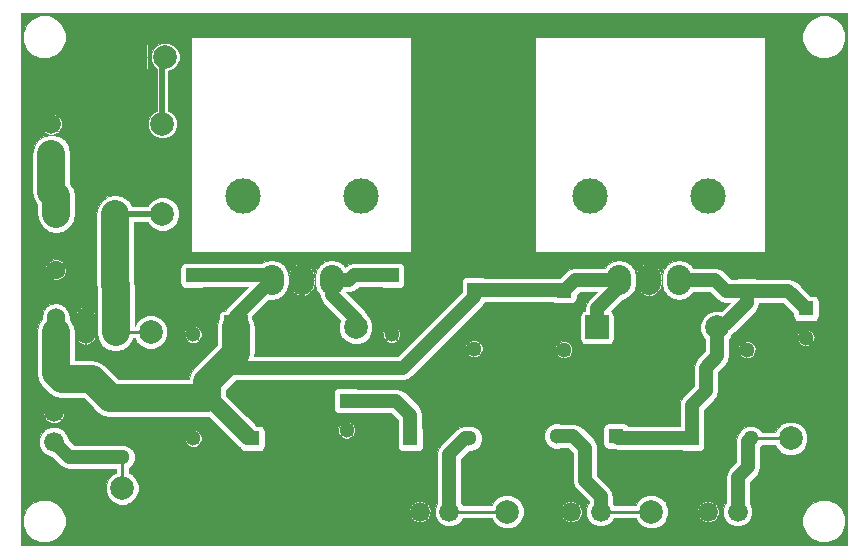
<source format=gtl>
G04 #@! TF.FileFunction,Copper,L1,Top,Signal*
%FSLAX46Y46*%
G04 Gerber Fmt 4.6, Leading zero omitted, Abs format (unit mm)*
G04 Created by KiCad (PCBNEW 4.0.4-stable) date 09/18/16 07:16:22*
%MOMM*%
%LPD*%
G01*
G04 APERTURE LIST*
%ADD10C,0.100000*%
%ADD11R,1.300000X1.300000*%
%ADD12C,1.300000*%
%ADD13R,2.000000X2.000000*%
%ADD14C,2.000000*%
%ADD15C,1.998980*%
%ADD16R,1.998980X1.998980*%
%ADD17C,1.676400*%
%ADD18O,2.032000X2.540000*%
%ADD19C,1.600000*%
%ADD20C,3.000000*%
%ADD21O,1.524000X3.048000*%
%ADD22C,0.600000*%
%ADD23C,1.000000*%
%ADD24C,2.400000*%
%ADD25C,1.200000*%
%ADD26C,0.500000*%
%ADD27C,0.250000*%
%ADD28C,0.025400*%
G04 APERTURE END LIST*
D10*
D11*
X129400000Y-97400000D03*
D12*
X129400000Y-102400000D03*
D11*
X137000000Y-97500000D03*
D12*
X137000000Y-102500000D03*
D11*
X152500000Y-97500000D03*
D12*
X152500000Y-102500000D03*
D11*
X110600000Y-110000000D03*
D12*
X105600000Y-110000000D03*
D11*
X105600000Y-96200000D03*
D12*
X105600000Y-101200000D03*
D11*
X122400000Y-96200000D03*
D12*
X122400000Y-101200000D03*
D13*
X100700000Y-77700000D03*
D14*
X103240000Y-77700000D03*
D15*
X149960000Y-100597460D03*
D16*
X139800000Y-100597460D03*
D15*
X119360000Y-100597460D03*
D16*
X109200000Y-100597460D03*
D11*
X94000000Y-91000000D03*
D12*
X99000000Y-91000000D03*
D11*
X147800000Y-110000000D03*
D12*
X152800000Y-110000000D03*
D11*
X141400000Y-109800000D03*
D12*
X136400000Y-109800000D03*
D11*
X124000000Y-110000000D03*
D12*
X129000000Y-110000000D03*
D17*
X93600000Y-83400000D03*
X93600000Y-85900000D03*
X149200000Y-116200000D03*
X151700000Y-116200000D03*
X137600000Y-116200000D03*
X140100000Y-116200000D03*
X124800000Y-116200000D03*
X127300000Y-116200000D03*
D18*
X144200000Y-96600000D03*
X146740000Y-96600000D03*
X141660000Y-96600000D03*
X114800000Y-96600000D03*
X117340000Y-96600000D03*
X112260000Y-96600000D03*
D15*
X102000000Y-101000000D03*
X156200000Y-110000000D03*
X144400000Y-116200000D03*
X132200000Y-116200000D03*
D19*
X99000000Y-97000000D03*
X94000000Y-95700000D03*
D12*
X157500000Y-101500000D03*
D11*
X157500000Y-99000000D03*
D12*
X118600000Y-109300000D03*
D11*
X118600000Y-106800000D03*
D20*
X139200000Y-89500000D03*
X149200000Y-89500000D03*
X109800000Y-89500000D03*
X119800000Y-89500000D03*
D11*
X99600000Y-106600000D03*
D12*
X99600000Y-111600000D03*
D17*
X93800000Y-107800000D03*
X93800000Y-110300000D03*
D15*
X99600000Y-114200000D03*
X103000000Y-91000000D03*
X103000000Y-83380000D03*
D21*
X99040000Y-100500000D03*
X96500000Y-100500000D03*
X93960000Y-100500000D03*
D22*
X160000000Y-104000000D03*
X160000000Y-107500000D03*
X160000000Y-111500000D03*
X156500000Y-113000000D03*
X155000000Y-115500000D03*
X155000000Y-118500000D03*
D23*
X147500000Y-100000000D03*
X142500000Y-100000000D03*
X142500000Y-102500000D03*
X135000000Y-100000000D03*
X130000000Y-100000000D03*
X127500000Y-107500000D03*
X125000000Y-105000000D03*
X127500000Y-105000000D03*
X115000000Y-100000000D03*
X102500000Y-97500000D03*
X102500000Y-95000000D03*
X105000000Y-92500000D03*
X105000000Y-87500000D03*
X105000000Y-82500000D03*
X105000000Y-77500000D03*
X100000000Y-80000000D03*
X100000000Y-85000000D03*
X96500000Y-89000000D03*
X96000000Y-94000000D03*
X92500000Y-97500000D03*
X91500000Y-101500000D03*
X91500000Y-106500000D03*
X91500000Y-110000000D03*
X102500000Y-112500000D03*
X107500000Y-112500000D03*
X112500000Y-112500000D03*
X117500000Y-112500000D03*
X125000000Y-95000000D03*
X130000000Y-95000000D03*
X132500000Y-92500000D03*
X132500000Y-87500000D03*
X132500000Y-82500000D03*
X132500000Y-77500000D03*
X130000000Y-77500000D03*
X125000000Y-77500000D03*
X125000000Y-82500000D03*
X125000000Y-87500000D03*
X125000000Y-92500000D03*
X125000000Y-97500000D03*
X152500000Y-107500000D03*
X150000000Y-112500000D03*
X155000000Y-82500000D03*
X155000000Y-85000000D03*
X155000000Y-90000000D03*
X155000000Y-95000000D03*
X157500000Y-95000000D03*
X160000000Y-92500000D03*
X160000000Y-90000000D03*
X160000000Y-85000000D03*
X160000000Y-80000000D03*
X157500000Y-80000000D03*
X155000000Y-77500000D03*
X152500000Y-75000000D03*
X147500000Y-75000000D03*
X142500000Y-75000000D03*
X137500000Y-75000000D03*
X132500000Y-75000000D03*
X127500000Y-75000000D03*
X122500000Y-75000000D03*
X117500000Y-75000000D03*
X112500000Y-75000000D03*
X107500000Y-75000000D03*
X102500000Y-75000000D03*
X97500000Y-75000000D03*
X95000000Y-80000000D03*
X142500000Y-105000000D03*
X137500000Y-105000000D03*
X132500000Y-105000000D03*
X132500000Y-110000000D03*
X134000000Y-114400000D03*
X135000000Y-116500000D03*
X92500000Y-112500000D03*
X95000000Y-115000000D03*
X97500000Y-117500000D03*
X102500000Y-117500000D03*
X107500000Y-117500000D03*
X112500000Y-117500000D03*
X117500000Y-117500000D03*
X122500000Y-117500000D03*
D24*
X99600000Y-106600000D02*
X98600000Y-106600000D01*
X98600000Y-106600000D02*
X97000000Y-105000000D01*
X109200000Y-100597460D02*
X109200000Y-102800000D01*
X106800000Y-105200000D02*
X106800000Y-106600000D01*
X109200000Y-102800000D02*
X106800000Y-105200000D01*
D25*
X129400000Y-97400000D02*
X129400000Y-98000000D01*
X129400000Y-98000000D02*
X123400000Y-104000000D01*
X123400000Y-104000000D02*
X107200000Y-104000000D01*
X109200000Y-100597460D02*
X109200000Y-99660000D01*
X109200000Y-99660000D02*
X112260000Y-96600000D01*
D24*
X99600000Y-106600000D02*
X106800000Y-106600000D01*
D25*
X106800000Y-106600000D02*
X110200000Y-110000000D01*
X110200000Y-110000000D02*
X110600000Y-110000000D01*
X110600000Y-110000000D02*
X107200000Y-106600000D01*
X107200000Y-106600000D02*
X107200000Y-104000000D01*
X105600000Y-96200000D02*
X111860000Y-96200000D01*
X111860000Y-96200000D02*
X112260000Y-96600000D01*
X129400000Y-97400000D02*
X136900000Y-97400000D01*
X136900000Y-97400000D02*
X137000000Y-97500000D01*
X129400000Y-97400000D02*
X129400000Y-97600000D01*
X141660000Y-96600000D02*
X137900000Y-96600000D01*
X137900000Y-96600000D02*
X137000000Y-97500000D01*
X139800000Y-100597460D02*
X139800000Y-99000000D01*
X139800000Y-99000000D02*
X141660000Y-97140000D01*
X141660000Y-97140000D02*
X141660000Y-96600000D01*
D24*
X97000000Y-105000000D02*
X94500000Y-105000000D01*
X94500000Y-105000000D02*
X93960000Y-104460000D01*
X93960000Y-104460000D02*
X93960000Y-101000000D01*
D26*
X157500000Y-101500000D02*
X160000000Y-104000000D01*
X160000000Y-107500000D02*
X160000000Y-111500000D01*
X156500000Y-113000000D02*
X155000000Y-114500000D01*
X155000000Y-114500000D02*
X155000000Y-115500000D01*
X142500000Y-102500000D02*
X142500000Y-100000000D01*
X130000000Y-100000000D02*
X135000000Y-100000000D01*
X127500000Y-105000000D02*
X125000000Y-105000000D01*
X114800000Y-96600000D02*
X114800000Y-99800000D01*
X114800000Y-99800000D02*
X115000000Y-100000000D01*
X105600000Y-101200000D02*
X105600000Y-100600000D01*
X105600000Y-100600000D02*
X102500000Y-97500000D01*
X102500000Y-95000000D02*
X105000000Y-92500000D01*
X105000000Y-87500000D02*
X105000000Y-82500000D01*
X94000000Y-95700000D02*
X94300000Y-95700000D01*
X94300000Y-95700000D02*
X96000000Y-94000000D01*
X100000000Y-85500000D02*
X100000000Y-85000000D01*
X96500000Y-89000000D02*
X100000000Y-85500000D01*
X94000000Y-95700000D02*
X94000000Y-96000000D01*
X94000000Y-96000000D02*
X92500000Y-97500000D01*
X91500000Y-101500000D02*
X91500000Y-106500000D01*
X107500000Y-112500000D02*
X102500000Y-112500000D01*
X117500000Y-112500000D02*
X112500000Y-112500000D01*
X130000000Y-95000000D02*
X125000000Y-95000000D01*
X132500000Y-87500000D02*
X132500000Y-92500000D01*
X132500000Y-77500000D02*
X132500000Y-82500000D01*
X125000000Y-77500000D02*
X130000000Y-77500000D01*
X125000000Y-87500000D02*
X125000000Y-82500000D01*
X125000000Y-97500000D02*
X125000000Y-92500000D01*
X150000000Y-110000000D02*
X152500000Y-107500000D01*
X150000000Y-112500000D02*
X150000000Y-110000000D01*
X155000000Y-85000000D02*
X155000000Y-82500000D01*
X155000000Y-95000000D02*
X155000000Y-90000000D01*
X160000000Y-95000000D02*
X157500000Y-95000000D01*
X160000000Y-92500000D02*
X160000000Y-95000000D01*
X160000000Y-85000000D02*
X160000000Y-90000000D01*
X157500000Y-80000000D02*
X160000000Y-80000000D01*
X155000000Y-75000000D02*
X155000000Y-77500000D01*
X152500000Y-75000000D02*
X155000000Y-75000000D01*
X142500000Y-75000000D02*
X147500000Y-75000000D01*
X132500000Y-75000000D02*
X137500000Y-75000000D01*
X122500000Y-75000000D02*
X127500000Y-75000000D01*
X112500000Y-75000000D02*
X117500000Y-75000000D01*
X102500000Y-75000000D02*
X107500000Y-75000000D01*
X97500000Y-77500000D02*
X97500000Y-75000000D01*
X95000000Y-80000000D02*
X97500000Y-77500000D01*
X137600000Y-116200000D02*
X136300000Y-116200000D01*
X142500000Y-105000000D02*
X147500000Y-105000000D01*
X132500000Y-105000000D02*
X137500000Y-105000000D01*
X134000000Y-114400000D02*
X132500000Y-110000000D01*
X136300000Y-116200000D02*
X135000000Y-116500000D01*
X95000000Y-115000000D02*
X92500000Y-112500000D01*
X102500000Y-117500000D02*
X97500000Y-117500000D01*
X112500000Y-117500000D02*
X107500000Y-117500000D01*
X122500000Y-117500000D02*
X117500000Y-117500000D01*
D25*
X152500000Y-97500000D02*
X156000000Y-97500000D01*
X156000000Y-97500000D02*
X157500000Y-99000000D01*
X149960000Y-100597460D02*
X150402540Y-100597460D01*
X150402540Y-100597460D02*
X152500000Y-98500000D01*
X152500000Y-98500000D02*
X152500000Y-97500000D01*
X147800000Y-110000000D02*
X147800000Y-107200000D01*
X149960000Y-103040000D02*
X149960000Y-100597460D01*
X149000000Y-104000000D02*
X149960000Y-103040000D01*
X149000000Y-106000000D02*
X149000000Y-104000000D01*
X147800000Y-107200000D02*
X149000000Y-106000000D01*
X152500000Y-97500000D02*
X150700000Y-97500000D01*
X149800000Y-96600000D02*
X146740000Y-96600000D01*
X150700000Y-97500000D02*
X149800000Y-96600000D01*
X147800000Y-110000000D02*
X141600000Y-110000000D01*
X141600000Y-110000000D02*
X141400000Y-109800000D01*
X152500000Y-97500000D02*
X152500000Y-98057460D01*
X117340000Y-96600000D02*
X117340000Y-97840000D01*
X117340000Y-97840000D02*
X119360000Y-99860000D01*
X119360000Y-99860000D02*
X119360000Y-100597460D01*
X117340000Y-96600000D02*
X118800000Y-96600000D01*
X119200000Y-96200000D02*
X122400000Y-96200000D01*
X118800000Y-96600000D02*
X119200000Y-96200000D01*
X118600000Y-106800000D02*
X122800000Y-106800000D01*
X124000000Y-108000000D02*
X124000000Y-110000000D01*
X122800000Y-106800000D02*
X124000000Y-108000000D01*
D26*
X103000000Y-83380000D02*
X103000000Y-77940000D01*
X103000000Y-77940000D02*
X103240000Y-77700000D01*
D24*
X94000000Y-91000000D02*
X94000000Y-89500000D01*
X93600000Y-89100000D02*
X93600000Y-85900000D01*
X94000000Y-89500000D02*
X93600000Y-89100000D01*
D27*
X102000000Y-101000000D02*
X99040000Y-101000000D01*
D26*
X103000000Y-91000000D02*
X99000000Y-91000000D01*
D24*
X99000000Y-97000000D02*
X99000000Y-91000000D01*
X99040000Y-101000000D02*
X99040000Y-97040000D01*
X99040000Y-97040000D02*
X99000000Y-97000000D01*
D27*
X152800000Y-110000000D02*
X156200000Y-110000000D01*
D25*
X151700000Y-116200000D02*
X151700000Y-113300000D01*
X152600000Y-112400000D02*
X152600000Y-110200000D01*
X151700000Y-113300000D02*
X152600000Y-112400000D01*
X152600000Y-110200000D02*
X152800000Y-110000000D01*
D27*
X144400000Y-116200000D02*
X140100000Y-116200000D01*
D25*
X136400000Y-109800000D02*
X137800000Y-109800000D01*
X140100000Y-114900000D02*
X140100000Y-116200000D01*
X138800000Y-113600000D02*
X140100000Y-114900000D01*
X138800000Y-110800000D02*
X138800000Y-113600000D01*
X137800000Y-109800000D02*
X138800000Y-110800000D01*
D27*
X132200000Y-116200000D02*
X127300000Y-116200000D01*
D25*
X129000000Y-110000000D02*
X128600000Y-110000000D01*
X128600000Y-110000000D02*
X127300000Y-111300000D01*
X127300000Y-111300000D02*
X127300000Y-116200000D01*
X99600000Y-111600000D02*
X95100000Y-111600000D01*
X95100000Y-111600000D02*
X93800000Y-110300000D01*
D27*
X99600000Y-111600000D02*
X99600000Y-114200000D01*
D28*
G36*
X160987300Y-118987300D02*
X91012700Y-118987300D01*
X91012700Y-117358986D01*
X91186986Y-117358986D01*
X91462372Y-118025471D01*
X91971847Y-118535836D01*
X92637850Y-118812385D01*
X93358986Y-118813014D01*
X94025471Y-118537628D01*
X94535836Y-118028153D01*
X94812385Y-117362150D01*
X94812833Y-116847781D01*
X124170179Y-116847781D01*
X124269937Y-116951175D01*
X124597748Y-117096841D01*
X124956351Y-117105971D01*
X125291149Y-116977175D01*
X125330063Y-116951175D01*
X125429821Y-116847781D01*
X124800000Y-116217961D01*
X124170179Y-116847781D01*
X94812833Y-116847781D01*
X94813014Y-116641014D01*
X94695394Y-116356351D01*
X123894029Y-116356351D01*
X124022825Y-116691149D01*
X124048825Y-116730063D01*
X124152219Y-116829821D01*
X124782039Y-116200000D01*
X124817961Y-116200000D01*
X125447781Y-116829821D01*
X125551175Y-116730063D01*
X125676633Y-116447728D01*
X126048883Y-116447728D01*
X126238920Y-116907652D01*
X126590497Y-117259843D01*
X127050089Y-117450683D01*
X127547728Y-117451117D01*
X128007652Y-117261080D01*
X128359843Y-116909503D01*
X128431182Y-116737700D01*
X130894182Y-116737700D01*
X131002106Y-116998896D01*
X131399014Y-117396498D01*
X131917866Y-117611944D01*
X132479669Y-117612434D01*
X132998896Y-117397894D01*
X133396498Y-117000986D01*
X133460114Y-116847781D01*
X136970179Y-116847781D01*
X137069937Y-116951175D01*
X137397748Y-117096841D01*
X137756351Y-117105971D01*
X138091149Y-116977175D01*
X138130063Y-116951175D01*
X138229821Y-116847781D01*
X137600000Y-116217961D01*
X136970179Y-116847781D01*
X133460114Y-116847781D01*
X133611944Y-116482134D01*
X133612053Y-116356351D01*
X136694029Y-116356351D01*
X136822825Y-116691149D01*
X136848825Y-116730063D01*
X136952219Y-116829821D01*
X137582039Y-116200000D01*
X137617961Y-116200000D01*
X138247781Y-116829821D01*
X138351175Y-116730063D01*
X138496841Y-116402252D01*
X138505971Y-116043649D01*
X138377175Y-115708851D01*
X138351175Y-115669937D01*
X138247781Y-115570179D01*
X137617961Y-116200000D01*
X137582039Y-116200000D01*
X136952219Y-115570179D01*
X136848825Y-115669937D01*
X136703159Y-115997748D01*
X136694029Y-116356351D01*
X133612053Y-116356351D01*
X133612434Y-115920331D01*
X133460334Y-115552219D01*
X136970179Y-115552219D01*
X137600000Y-116182039D01*
X138229821Y-115552219D01*
X138130063Y-115448825D01*
X137802252Y-115303159D01*
X137443649Y-115294029D01*
X137108851Y-115422825D01*
X137069937Y-115448825D01*
X136970179Y-115552219D01*
X133460334Y-115552219D01*
X133397894Y-115401104D01*
X133000986Y-115003502D01*
X132482134Y-114788056D01*
X131920331Y-114787566D01*
X131401104Y-115002106D01*
X131003502Y-115399014D01*
X130894176Y-115662300D01*
X128431303Y-115662300D01*
X128361080Y-115492348D01*
X128312700Y-115443884D01*
X128312700Y-111719474D01*
X128969499Y-111062675D01*
X129210457Y-111062885D01*
X129601185Y-110901439D01*
X129900388Y-110602757D01*
X130062516Y-110212312D01*
X130062692Y-110010457D01*
X135337115Y-110010457D01*
X135498561Y-110401185D01*
X135797243Y-110700388D01*
X136187688Y-110862516D01*
X136610457Y-110862885D01*
X136731914Y-110812700D01*
X137380526Y-110812700D01*
X137787300Y-111219474D01*
X137787300Y-113600000D01*
X137864387Y-113987544D01*
X137883459Y-114016087D01*
X138083913Y-114316087D01*
X139087300Y-115319474D01*
X139087300Y-115443436D01*
X139040157Y-115490497D01*
X138849317Y-115950089D01*
X138848883Y-116447728D01*
X139038920Y-116907652D01*
X139390497Y-117259843D01*
X139850089Y-117450683D01*
X140347728Y-117451117D01*
X140807652Y-117261080D01*
X141159843Y-116909503D01*
X141231182Y-116737700D01*
X143094182Y-116737700D01*
X143202106Y-116998896D01*
X143599014Y-117396498D01*
X144117866Y-117611944D01*
X144679669Y-117612434D01*
X145198896Y-117397894D01*
X145596498Y-117000986D01*
X145660114Y-116847781D01*
X148570179Y-116847781D01*
X148669937Y-116951175D01*
X148997748Y-117096841D01*
X149356351Y-117105971D01*
X149691149Y-116977175D01*
X149730063Y-116951175D01*
X149829821Y-116847781D01*
X149200000Y-116217961D01*
X148570179Y-116847781D01*
X145660114Y-116847781D01*
X145811944Y-116482134D01*
X145812053Y-116356351D01*
X148294029Y-116356351D01*
X148422825Y-116691149D01*
X148448825Y-116730063D01*
X148552219Y-116829821D01*
X149182039Y-116200000D01*
X149217961Y-116200000D01*
X149847781Y-116829821D01*
X149951175Y-116730063D01*
X150076633Y-116447728D01*
X150448883Y-116447728D01*
X150638920Y-116907652D01*
X150990497Y-117259843D01*
X151450089Y-117450683D01*
X151947728Y-117451117D01*
X152170701Y-117358986D01*
X157186986Y-117358986D01*
X157462372Y-118025471D01*
X157971847Y-118535836D01*
X158637850Y-118812385D01*
X159358986Y-118813014D01*
X160025471Y-118537628D01*
X160535836Y-118028153D01*
X160812385Y-117362150D01*
X160813014Y-116641014D01*
X160537628Y-115974529D01*
X160028153Y-115464164D01*
X159362150Y-115187615D01*
X158641014Y-115186986D01*
X157974529Y-115462372D01*
X157464164Y-115971847D01*
X157187615Y-116637850D01*
X157186986Y-117358986D01*
X152170701Y-117358986D01*
X152407652Y-117261080D01*
X152759843Y-116909503D01*
X152950683Y-116449911D01*
X152951117Y-115952272D01*
X152761080Y-115492348D01*
X152712700Y-115443884D01*
X152712700Y-113719474D01*
X153316087Y-113116087D01*
X153392247Y-113002106D01*
X153535613Y-112787544D01*
X153612700Y-112400000D01*
X153612700Y-110690292D01*
X153700388Y-110602757D01*
X153727402Y-110537700D01*
X154894182Y-110537700D01*
X155002106Y-110798896D01*
X155399014Y-111196498D01*
X155917866Y-111411944D01*
X156479669Y-111412434D01*
X156998896Y-111197894D01*
X157396498Y-110800986D01*
X157611944Y-110282134D01*
X157612434Y-109720331D01*
X157397894Y-109201104D01*
X157000986Y-108803502D01*
X156482134Y-108588056D01*
X155920331Y-108587566D01*
X155401104Y-108802106D01*
X155003502Y-109199014D01*
X154894176Y-109462300D01*
X153727671Y-109462300D01*
X153701439Y-109398815D01*
X153402757Y-109099612D01*
X153012312Y-108937484D01*
X152589543Y-108937115D01*
X152198815Y-109098561D01*
X151899612Y-109397243D01*
X151830315Y-109564128D01*
X151664387Y-109812456D01*
X151587300Y-110200000D01*
X151587300Y-111980526D01*
X150983913Y-112583913D01*
X150764387Y-112912456D01*
X150687300Y-113300000D01*
X150687300Y-115443436D01*
X150640157Y-115490497D01*
X150449317Y-115950089D01*
X150448883Y-116447728D01*
X150076633Y-116447728D01*
X150096841Y-116402252D01*
X150105971Y-116043649D01*
X149977175Y-115708851D01*
X149951175Y-115669937D01*
X149847781Y-115570179D01*
X149217961Y-116200000D01*
X149182039Y-116200000D01*
X148552219Y-115570179D01*
X148448825Y-115669937D01*
X148303159Y-115997748D01*
X148294029Y-116356351D01*
X145812053Y-116356351D01*
X145812434Y-115920331D01*
X145660334Y-115552219D01*
X148570179Y-115552219D01*
X149200000Y-116182039D01*
X149829821Y-115552219D01*
X149730063Y-115448825D01*
X149402252Y-115303159D01*
X149043649Y-115294029D01*
X148708851Y-115422825D01*
X148669937Y-115448825D01*
X148570179Y-115552219D01*
X145660334Y-115552219D01*
X145597894Y-115401104D01*
X145200986Y-115003502D01*
X144682134Y-114788056D01*
X144120331Y-114787566D01*
X143601104Y-115002106D01*
X143203502Y-115399014D01*
X143094176Y-115662300D01*
X141231303Y-115662300D01*
X141161080Y-115492348D01*
X141112700Y-115443884D01*
X141112700Y-114900000D01*
X141080417Y-114737700D01*
X141035614Y-114512457D01*
X140816087Y-114183913D01*
X139812700Y-113180526D01*
X139812700Y-110800000D01*
X139785725Y-110664387D01*
X139735614Y-110412457D01*
X139516087Y-110083913D01*
X138582174Y-109150000D01*
X140329215Y-109150000D01*
X140329215Y-110450000D01*
X140357992Y-110602937D01*
X140448378Y-110743401D01*
X140586291Y-110837633D01*
X140750000Y-110870785D01*
X141115434Y-110870785D01*
X141212456Y-110935613D01*
X141600000Y-111012700D01*
X146949800Y-111012700D01*
X146986291Y-111037633D01*
X147150000Y-111070785D01*
X148450000Y-111070785D01*
X148602937Y-111042008D01*
X148743401Y-110951622D01*
X148837633Y-110813709D01*
X148870785Y-110650000D01*
X148870785Y-109350000D01*
X148842008Y-109197063D01*
X148812700Y-109151517D01*
X148812700Y-107619474D01*
X149716087Y-106716087D01*
X149935613Y-106387544D01*
X150012700Y-106000000D01*
X150012700Y-104419474D01*
X150676087Y-103756087D01*
X150706842Y-103710059D01*
X150895613Y-103427544D01*
X150972700Y-103040000D01*
X150972700Y-103012080D01*
X152005881Y-103012080D01*
X152082739Y-103095917D01*
X152342549Y-103210234D01*
X152626330Y-103216424D01*
X152890877Y-103113545D01*
X152917261Y-103095917D01*
X152994119Y-103012080D01*
X152500000Y-102517961D01*
X152005881Y-103012080D01*
X150972700Y-103012080D01*
X150972700Y-102626330D01*
X151783576Y-102626330D01*
X151886455Y-102890877D01*
X151904083Y-102917261D01*
X151987920Y-102994119D01*
X152482039Y-102500000D01*
X152517961Y-102500000D01*
X153012080Y-102994119D01*
X153095917Y-102917261D01*
X153210234Y-102657451D01*
X153216424Y-102373670D01*
X153113545Y-102109123D01*
X153095917Y-102082739D01*
X153018842Y-102012080D01*
X157005881Y-102012080D01*
X157082739Y-102095917D01*
X157342549Y-102210234D01*
X157626330Y-102216424D01*
X157890877Y-102113545D01*
X157917261Y-102095917D01*
X157994119Y-102012080D01*
X157500000Y-101517961D01*
X157005881Y-102012080D01*
X153018842Y-102012080D01*
X153012080Y-102005881D01*
X152517961Y-102500000D01*
X152482039Y-102500000D01*
X151987920Y-102005881D01*
X151904083Y-102082739D01*
X151789766Y-102342549D01*
X151783576Y-102626330D01*
X150972700Y-102626330D01*
X150972700Y-101987920D01*
X152005881Y-101987920D01*
X152500000Y-102482039D01*
X152994119Y-101987920D01*
X152917261Y-101904083D01*
X152657451Y-101789766D01*
X152373670Y-101783576D01*
X152109123Y-101886455D01*
X152082739Y-101904083D01*
X152005881Y-101987920D01*
X150972700Y-101987920D01*
X150972700Y-101626330D01*
X156783576Y-101626330D01*
X156886455Y-101890877D01*
X156904083Y-101917261D01*
X156987920Y-101994119D01*
X157482039Y-101500000D01*
X157517961Y-101500000D01*
X158012080Y-101994119D01*
X158095917Y-101917261D01*
X158210234Y-101657451D01*
X158216424Y-101373670D01*
X158113545Y-101109123D01*
X158095917Y-101082739D01*
X158012080Y-101005881D01*
X157517961Y-101500000D01*
X157482039Y-101500000D01*
X156987920Y-101005881D01*
X156904083Y-101082739D01*
X156789766Y-101342549D01*
X156783576Y-101626330D01*
X150972700Y-101626330D01*
X150972700Y-101581923D01*
X151156498Y-101398446D01*
X151243676Y-101188498D01*
X151444254Y-100987920D01*
X157005881Y-100987920D01*
X157500000Y-101482039D01*
X157994119Y-100987920D01*
X157917261Y-100904083D01*
X157657451Y-100789766D01*
X157373670Y-100783576D01*
X157109123Y-100886455D01*
X157082739Y-100904083D01*
X157005881Y-100987920D01*
X151444254Y-100987920D01*
X153216087Y-99216087D01*
X153435613Y-98887544D01*
X153510174Y-98512700D01*
X155580526Y-98512700D01*
X156429215Y-99361389D01*
X156429215Y-99650000D01*
X156457992Y-99802937D01*
X156548378Y-99943401D01*
X156686291Y-100037633D01*
X156850000Y-100070785D01*
X158150000Y-100070785D01*
X158302937Y-100042008D01*
X158443401Y-99951622D01*
X158537633Y-99813709D01*
X158570785Y-99650000D01*
X158570785Y-98350000D01*
X158542008Y-98197063D01*
X158451622Y-98056599D01*
X158313709Y-97962367D01*
X158150000Y-97929215D01*
X157861389Y-97929215D01*
X156716087Y-96783913D01*
X156586107Y-96697063D01*
X156387544Y-96564387D01*
X156000000Y-96487300D01*
X153350200Y-96487300D01*
X153313709Y-96462367D01*
X153150000Y-96429215D01*
X151850000Y-96429215D01*
X151697063Y-96457992D01*
X151651517Y-96487300D01*
X151119474Y-96487300D01*
X150516087Y-95883913D01*
X150465717Y-95850257D01*
X150187544Y-95664387D01*
X149800000Y-95587300D01*
X147940347Y-95587300D01*
X147750243Y-95302791D01*
X147286740Y-94993087D01*
X146740000Y-94884334D01*
X146193260Y-94993087D01*
X145729757Y-95302791D01*
X145420053Y-95766294D01*
X145311300Y-96313034D01*
X145311300Y-96886966D01*
X145420053Y-97433706D01*
X145729757Y-97897209D01*
X146193260Y-98206913D01*
X146740000Y-98315666D01*
X147286740Y-98206913D01*
X147750243Y-97897209D01*
X147940347Y-97612700D01*
X149380526Y-97612700D01*
X149983913Y-98216087D01*
X150312456Y-98435613D01*
X150700000Y-98512700D01*
X151055126Y-98512700D01*
X150341182Y-99226644D01*
X150242134Y-99185516D01*
X149680331Y-99185026D01*
X149161104Y-99399566D01*
X148763502Y-99796474D01*
X148548056Y-100315326D01*
X148547566Y-100877129D01*
X148762106Y-101396356D01*
X148947300Y-101581874D01*
X148947300Y-102620526D01*
X148283913Y-103283913D01*
X148064387Y-103612456D01*
X147987300Y-104000000D01*
X147987300Y-105580526D01*
X147083913Y-106483913D01*
X146864387Y-106812456D01*
X146787300Y-107200000D01*
X146787300Y-108987300D01*
X142435726Y-108987300D01*
X142351622Y-108856599D01*
X142213709Y-108762367D01*
X142050000Y-108729215D01*
X140750000Y-108729215D01*
X140597063Y-108757992D01*
X140456599Y-108848378D01*
X140362367Y-108986291D01*
X140329215Y-109150000D01*
X138582174Y-109150000D01*
X138516087Y-109083913D01*
X138475209Y-109056599D01*
X138187544Y-108864387D01*
X137800000Y-108787300D01*
X136732281Y-108787300D01*
X136612312Y-108737484D01*
X136189543Y-108737115D01*
X135798815Y-108898561D01*
X135499612Y-109197243D01*
X135337484Y-109587688D01*
X135337115Y-110010457D01*
X130062692Y-110010457D01*
X130062885Y-109789543D01*
X129901439Y-109398815D01*
X129602757Y-109099612D01*
X129212312Y-108937484D01*
X128789543Y-108937115D01*
X128668086Y-108987300D01*
X128600000Y-108987300D01*
X128212457Y-109064386D01*
X127883913Y-109283913D01*
X126583913Y-110583913D01*
X126364387Y-110912456D01*
X126287300Y-111300000D01*
X126287300Y-115443436D01*
X126240157Y-115490497D01*
X126049317Y-115950089D01*
X126048883Y-116447728D01*
X125676633Y-116447728D01*
X125696841Y-116402252D01*
X125705971Y-116043649D01*
X125577175Y-115708851D01*
X125551175Y-115669937D01*
X125447781Y-115570179D01*
X124817961Y-116200000D01*
X124782039Y-116200000D01*
X124152219Y-115570179D01*
X124048825Y-115669937D01*
X123903159Y-115997748D01*
X123894029Y-116356351D01*
X94695394Y-116356351D01*
X94537628Y-115974529D01*
X94028153Y-115464164D01*
X93362150Y-115187615D01*
X92641014Y-115186986D01*
X91974529Y-115462372D01*
X91464164Y-115971847D01*
X91187615Y-116637850D01*
X91186986Y-117358986D01*
X91012700Y-117358986D01*
X91012700Y-110547728D01*
X92548883Y-110547728D01*
X92738920Y-111007652D01*
X93090497Y-111359843D01*
X93550089Y-111550683D01*
X93618569Y-111550743D01*
X94383913Y-112316087D01*
X94712457Y-112535614D01*
X95100000Y-112612700D01*
X99062300Y-112612700D01*
X99062300Y-112894182D01*
X98801104Y-113002106D01*
X98403502Y-113399014D01*
X98188056Y-113917866D01*
X98187566Y-114479669D01*
X98402106Y-114998896D01*
X98799014Y-115396498D01*
X99317866Y-115611944D01*
X99879669Y-115612434D01*
X100025400Y-115552219D01*
X124170179Y-115552219D01*
X124800000Y-116182039D01*
X125429821Y-115552219D01*
X125330063Y-115448825D01*
X125002252Y-115303159D01*
X124643649Y-115294029D01*
X124308851Y-115422825D01*
X124269937Y-115448825D01*
X124170179Y-115552219D01*
X100025400Y-115552219D01*
X100398896Y-115397894D01*
X100796498Y-115000986D01*
X101011944Y-114482134D01*
X101012434Y-113920331D01*
X100797894Y-113401104D01*
X100400986Y-113003502D01*
X100137700Y-112894176D01*
X100137700Y-112527671D01*
X100201185Y-112501439D01*
X100500388Y-112202757D01*
X100662516Y-111812312D01*
X100662885Y-111389543D01*
X100501439Y-110998815D01*
X100202757Y-110699612D01*
X99812312Y-110537484D01*
X99389543Y-110537115D01*
X99268086Y-110587300D01*
X95519474Y-110587300D01*
X95444254Y-110512080D01*
X105105881Y-110512080D01*
X105182739Y-110595917D01*
X105442549Y-110710234D01*
X105726330Y-110716424D01*
X105990877Y-110613545D01*
X106017261Y-110595917D01*
X106094119Y-110512080D01*
X105600000Y-110017961D01*
X105105881Y-110512080D01*
X95444254Y-110512080D01*
X95058504Y-110126330D01*
X104883576Y-110126330D01*
X104986455Y-110390877D01*
X105004083Y-110417261D01*
X105087920Y-110494119D01*
X105582039Y-110000000D01*
X105617961Y-110000000D01*
X106112080Y-110494119D01*
X106195917Y-110417261D01*
X106310234Y-110157451D01*
X106316424Y-109873670D01*
X106213545Y-109609123D01*
X106195917Y-109582739D01*
X106112080Y-109505881D01*
X105617961Y-110000000D01*
X105582039Y-110000000D01*
X105087920Y-109505881D01*
X105004083Y-109582739D01*
X104889766Y-109842549D01*
X104883576Y-110126330D01*
X95058504Y-110126330D01*
X95051059Y-110118885D01*
X95051117Y-110052272D01*
X94861080Y-109592348D01*
X94756835Y-109487920D01*
X105105881Y-109487920D01*
X105600000Y-109982039D01*
X106094119Y-109487920D01*
X106017261Y-109404083D01*
X105757451Y-109289766D01*
X105473670Y-109283576D01*
X105209123Y-109386455D01*
X105182739Y-109404083D01*
X105105881Y-109487920D01*
X94756835Y-109487920D01*
X94509503Y-109240157D01*
X94049911Y-109049317D01*
X93552272Y-109048883D01*
X93092348Y-109238920D01*
X92740157Y-109590497D01*
X92549317Y-110050089D01*
X92548883Y-110547728D01*
X91012700Y-110547728D01*
X91012700Y-108447781D01*
X93170179Y-108447781D01*
X93269937Y-108551175D01*
X93597748Y-108696841D01*
X93956351Y-108705971D01*
X94291149Y-108577175D01*
X94330063Y-108551175D01*
X94429821Y-108447781D01*
X93800000Y-107817961D01*
X93170179Y-108447781D01*
X91012700Y-108447781D01*
X91012700Y-107956351D01*
X92894029Y-107956351D01*
X93022825Y-108291149D01*
X93048825Y-108330063D01*
X93152219Y-108429821D01*
X93782039Y-107800000D01*
X93817961Y-107800000D01*
X94447781Y-108429821D01*
X94551175Y-108330063D01*
X94696841Y-108002252D01*
X94705971Y-107643649D01*
X94577175Y-107308851D01*
X94551175Y-107269937D01*
X94447781Y-107170179D01*
X93817961Y-107800000D01*
X93782039Y-107800000D01*
X93152219Y-107170179D01*
X93048825Y-107269937D01*
X92903159Y-107597748D01*
X92894029Y-107956351D01*
X91012700Y-107956351D01*
X91012700Y-107152219D01*
X93170179Y-107152219D01*
X93800000Y-107782039D01*
X94429821Y-107152219D01*
X94330063Y-107048825D01*
X94002252Y-106903159D01*
X93643649Y-106894029D01*
X93308851Y-107022825D01*
X93269937Y-107048825D01*
X93170179Y-107152219D01*
X91012700Y-107152219D01*
X91012700Y-101000000D01*
X92347300Y-101000000D01*
X92347300Y-104460000D01*
X92470059Y-105077154D01*
X92819649Y-105600351D01*
X93359649Y-106140351D01*
X93882846Y-106489941D01*
X94500000Y-106612700D01*
X96331998Y-106612700D01*
X97459649Y-107740351D01*
X97982846Y-108089941D01*
X98600000Y-108212700D01*
X106800000Y-108212700D01*
X106950575Y-108182749D01*
X109483913Y-110716087D01*
X109549953Y-110760214D01*
X109557992Y-110802937D01*
X109648378Y-110943401D01*
X109786291Y-111037633D01*
X109950000Y-111070785D01*
X111250000Y-111070785D01*
X111402937Y-111042008D01*
X111543401Y-110951622D01*
X111637633Y-110813709D01*
X111670785Y-110650000D01*
X111670785Y-109812080D01*
X118105881Y-109812080D01*
X118182739Y-109895917D01*
X118442549Y-110010234D01*
X118726330Y-110016424D01*
X118990877Y-109913545D01*
X119017261Y-109895917D01*
X119094119Y-109812080D01*
X118600000Y-109317961D01*
X118105881Y-109812080D01*
X111670785Y-109812080D01*
X111670785Y-109426330D01*
X117883576Y-109426330D01*
X117986455Y-109690877D01*
X118004083Y-109717261D01*
X118087920Y-109794119D01*
X118582039Y-109300000D01*
X118617961Y-109300000D01*
X119112080Y-109794119D01*
X119195917Y-109717261D01*
X119310234Y-109457451D01*
X119316424Y-109173670D01*
X119213545Y-108909123D01*
X119195917Y-108882739D01*
X119112080Y-108805881D01*
X118617961Y-109300000D01*
X118582039Y-109300000D01*
X118087920Y-108805881D01*
X118004083Y-108882739D01*
X117889766Y-109142549D01*
X117883576Y-109426330D01*
X111670785Y-109426330D01*
X111670785Y-109350000D01*
X111642008Y-109197063D01*
X111551622Y-109056599D01*
X111413709Y-108962367D01*
X111250000Y-108929215D01*
X110961389Y-108929215D01*
X110820094Y-108787920D01*
X118105881Y-108787920D01*
X118600000Y-109282039D01*
X119094119Y-108787920D01*
X119017261Y-108704083D01*
X118757451Y-108589766D01*
X118473670Y-108583576D01*
X118209123Y-108686455D01*
X118182739Y-108704083D01*
X118105881Y-108787920D01*
X110820094Y-108787920D01*
X108412700Y-106380526D01*
X108412700Y-106150000D01*
X117529215Y-106150000D01*
X117529215Y-107450000D01*
X117557992Y-107602937D01*
X117648378Y-107743401D01*
X117786291Y-107837633D01*
X117950000Y-107870785D01*
X119250000Y-107870785D01*
X119402937Y-107842008D01*
X119448483Y-107812700D01*
X122380526Y-107812700D01*
X122987300Y-108419474D01*
X122987300Y-109149800D01*
X122962367Y-109186291D01*
X122929215Y-109350000D01*
X122929215Y-110650000D01*
X122957992Y-110802937D01*
X123048378Y-110943401D01*
X123186291Y-111037633D01*
X123350000Y-111070785D01*
X124650000Y-111070785D01*
X124802937Y-111042008D01*
X124943401Y-110951622D01*
X125037633Y-110813709D01*
X125070785Y-110650000D01*
X125070785Y-109350000D01*
X125042008Y-109197063D01*
X125012700Y-109151517D01*
X125012700Y-108000000D01*
X124935613Y-107612456D01*
X124716087Y-107283913D01*
X123516087Y-106083913D01*
X123499306Y-106072700D01*
X123187544Y-105864387D01*
X122800000Y-105787300D01*
X119450200Y-105787300D01*
X119413709Y-105762367D01*
X119250000Y-105729215D01*
X117950000Y-105729215D01*
X117797063Y-105757992D01*
X117656599Y-105848378D01*
X117562367Y-105986291D01*
X117529215Y-106150000D01*
X108412700Y-106150000D01*
X108412700Y-105868002D01*
X109268002Y-105012700D01*
X123400000Y-105012700D01*
X123787544Y-104935613D01*
X124116087Y-104716087D01*
X125920094Y-102912080D01*
X128905881Y-102912080D01*
X128982739Y-102995917D01*
X129242549Y-103110234D01*
X129526330Y-103116424D01*
X129790877Y-103013545D01*
X129793069Y-103012080D01*
X136505881Y-103012080D01*
X136582739Y-103095917D01*
X136842549Y-103210234D01*
X137126330Y-103216424D01*
X137390877Y-103113545D01*
X137417261Y-103095917D01*
X137494119Y-103012080D01*
X137000000Y-102517961D01*
X136505881Y-103012080D01*
X129793069Y-103012080D01*
X129817261Y-102995917D01*
X129894119Y-102912080D01*
X129400000Y-102417961D01*
X128905881Y-102912080D01*
X125920094Y-102912080D01*
X126305844Y-102526330D01*
X128683576Y-102526330D01*
X128786455Y-102790877D01*
X128804083Y-102817261D01*
X128887920Y-102894119D01*
X129382039Y-102400000D01*
X129417961Y-102400000D01*
X129912080Y-102894119D01*
X129995917Y-102817261D01*
X130079927Y-102626330D01*
X136283576Y-102626330D01*
X136386455Y-102890877D01*
X136404083Y-102917261D01*
X136487920Y-102994119D01*
X136982039Y-102500000D01*
X137017961Y-102500000D01*
X137512080Y-102994119D01*
X137595917Y-102917261D01*
X137710234Y-102657451D01*
X137716424Y-102373670D01*
X137613545Y-102109123D01*
X137595917Y-102082739D01*
X137512080Y-102005881D01*
X137017961Y-102500000D01*
X136982039Y-102500000D01*
X136487920Y-102005881D01*
X136404083Y-102082739D01*
X136289766Y-102342549D01*
X136283576Y-102626330D01*
X130079927Y-102626330D01*
X130110234Y-102557451D01*
X130116424Y-102273670D01*
X130013545Y-102009123D01*
X129999379Y-101987920D01*
X136505881Y-101987920D01*
X137000000Y-102482039D01*
X137494119Y-101987920D01*
X137417261Y-101904083D01*
X137157451Y-101789766D01*
X136873670Y-101783576D01*
X136609123Y-101886455D01*
X136582739Y-101904083D01*
X136505881Y-101987920D01*
X129999379Y-101987920D01*
X129995917Y-101982739D01*
X129912080Y-101905881D01*
X129417961Y-102400000D01*
X129382039Y-102400000D01*
X128887920Y-101905881D01*
X128804083Y-101982739D01*
X128689766Y-102242549D01*
X128683576Y-102526330D01*
X126305844Y-102526330D01*
X126944254Y-101887920D01*
X128905881Y-101887920D01*
X129400000Y-102382039D01*
X129894119Y-101887920D01*
X129817261Y-101804083D01*
X129557451Y-101689766D01*
X129273670Y-101683576D01*
X129009123Y-101786455D01*
X128982739Y-101804083D01*
X128905881Y-101887920D01*
X126944254Y-101887920D01*
X130116087Y-98716087D01*
X130318804Y-98412700D01*
X136028622Y-98412700D01*
X136048378Y-98443401D01*
X136186291Y-98537633D01*
X136350000Y-98570785D01*
X137650000Y-98570785D01*
X137802937Y-98542008D01*
X137943401Y-98451622D01*
X138037633Y-98313709D01*
X138070785Y-98150000D01*
X138070785Y-97861389D01*
X138319474Y-97612700D01*
X139755126Y-97612700D01*
X139083913Y-98283913D01*
X138864387Y-98612456D01*
X138787300Y-99000000D01*
X138787300Y-99179671D01*
X138647573Y-99205962D01*
X138507109Y-99296348D01*
X138412877Y-99434261D01*
X138379725Y-99597970D01*
X138379725Y-101596950D01*
X138408502Y-101749887D01*
X138498888Y-101890351D01*
X138636801Y-101984583D01*
X138800510Y-102017735D01*
X140799490Y-102017735D01*
X140952427Y-101988958D01*
X141092891Y-101898572D01*
X141187123Y-101760659D01*
X141220275Y-101596950D01*
X141220275Y-99597970D01*
X141191498Y-99445033D01*
X141101112Y-99304569D01*
X140998035Y-99234139D01*
X141980199Y-98251975D01*
X142206740Y-98206913D01*
X142670243Y-97897209D01*
X142979947Y-97433706D01*
X143088700Y-96886966D01*
X143088700Y-96612700D01*
X143120500Y-96612700D01*
X143120500Y-96866700D01*
X143207532Y-97278840D01*
X143445658Y-97626302D01*
X143798626Y-97856188D01*
X144018597Y-97918149D01*
X144187300Y-97917549D01*
X144187300Y-96612700D01*
X144212700Y-96612700D01*
X144212700Y-97917549D01*
X144381403Y-97918149D01*
X144601374Y-97856188D01*
X144954342Y-97626302D01*
X145192468Y-97278840D01*
X145279500Y-96866700D01*
X145279500Y-96612700D01*
X144212700Y-96612700D01*
X144187300Y-96612700D01*
X143120500Y-96612700D01*
X143088700Y-96612700D01*
X143088700Y-96333300D01*
X143120500Y-96333300D01*
X143120500Y-96587300D01*
X144187300Y-96587300D01*
X144187300Y-95282451D01*
X144212700Y-95282451D01*
X144212700Y-96587300D01*
X145279500Y-96587300D01*
X145279500Y-96333300D01*
X145192468Y-95921160D01*
X144954342Y-95573698D01*
X144601374Y-95343812D01*
X144381403Y-95281851D01*
X144212700Y-95282451D01*
X144187300Y-95282451D01*
X144018597Y-95281851D01*
X143798626Y-95343812D01*
X143445658Y-95573698D01*
X143207532Y-95921160D01*
X143120500Y-96333300D01*
X143088700Y-96333300D01*
X143088700Y-96313034D01*
X142979947Y-95766294D01*
X142670243Y-95302791D01*
X142206740Y-94993087D01*
X141660000Y-94884334D01*
X141113260Y-94993087D01*
X140649757Y-95302791D01*
X140459653Y-95587300D01*
X137900000Y-95587300D01*
X137512456Y-95664387D01*
X137234283Y-95850257D01*
X137183913Y-95883913D01*
X136680526Y-96387300D01*
X130250200Y-96387300D01*
X130213709Y-96362367D01*
X130050000Y-96329215D01*
X128750000Y-96329215D01*
X128597063Y-96357992D01*
X128456599Y-96448378D01*
X128362367Y-96586291D01*
X128329215Y-96750000D01*
X128329215Y-97638611D01*
X122980526Y-102987300D01*
X110775444Y-102987300D01*
X110812700Y-102800000D01*
X110812700Y-100597460D01*
X110689941Y-99980306D01*
X110620275Y-99876044D01*
X110620275Y-99671899D01*
X112023542Y-98268632D01*
X112260000Y-98315666D01*
X112806740Y-98206913D01*
X113270243Y-97897209D01*
X113579947Y-97433706D01*
X113688700Y-96886966D01*
X113688700Y-96612700D01*
X113720500Y-96612700D01*
X113720500Y-96866700D01*
X113807532Y-97278840D01*
X114045658Y-97626302D01*
X114398626Y-97856188D01*
X114618597Y-97918149D01*
X114787300Y-97917549D01*
X114787300Y-96612700D01*
X114812700Y-96612700D01*
X114812700Y-97917549D01*
X114981403Y-97918149D01*
X115201374Y-97856188D01*
X115554342Y-97626302D01*
X115792468Y-97278840D01*
X115879500Y-96866700D01*
X115879500Y-96612700D01*
X114812700Y-96612700D01*
X114787300Y-96612700D01*
X113720500Y-96612700D01*
X113688700Y-96612700D01*
X113688700Y-96333300D01*
X113720500Y-96333300D01*
X113720500Y-96587300D01*
X114787300Y-96587300D01*
X114787300Y-95282451D01*
X114812700Y-95282451D01*
X114812700Y-96587300D01*
X115879500Y-96587300D01*
X115879500Y-96333300D01*
X115875221Y-96313034D01*
X115911300Y-96313034D01*
X115911300Y-96886966D01*
X116020053Y-97433706D01*
X116329757Y-97897209D01*
X116340047Y-97904085D01*
X116404387Y-98227544D01*
X116606443Y-98529941D01*
X116623913Y-98556087D01*
X118075715Y-100007889D01*
X117948056Y-100315326D01*
X117947566Y-100877129D01*
X118162106Y-101396356D01*
X118559014Y-101793958D01*
X119077866Y-102009404D01*
X119639669Y-102009894D01*
X120158896Y-101795354D01*
X120242315Y-101712080D01*
X121905881Y-101712080D01*
X121982739Y-101795917D01*
X122242549Y-101910234D01*
X122526330Y-101916424D01*
X122790877Y-101813545D01*
X122817261Y-101795917D01*
X122894119Y-101712080D01*
X122400000Y-101217961D01*
X121905881Y-101712080D01*
X120242315Y-101712080D01*
X120556498Y-101398446D01*
X120586443Y-101326330D01*
X121683576Y-101326330D01*
X121786455Y-101590877D01*
X121804083Y-101617261D01*
X121887920Y-101694119D01*
X122382039Y-101200000D01*
X122417961Y-101200000D01*
X122912080Y-101694119D01*
X122995917Y-101617261D01*
X123110234Y-101357451D01*
X123116424Y-101073670D01*
X123013545Y-100809123D01*
X122995917Y-100782739D01*
X122912080Y-100705881D01*
X122417961Y-101200000D01*
X122382039Y-101200000D01*
X121887920Y-100705881D01*
X121804083Y-100782739D01*
X121689766Y-101042549D01*
X121683576Y-101326330D01*
X120586443Y-101326330D01*
X120771944Y-100879594D01*
X120772111Y-100687920D01*
X121905881Y-100687920D01*
X122400000Y-101182039D01*
X122894119Y-100687920D01*
X122817261Y-100604083D01*
X122557451Y-100489766D01*
X122273670Y-100483576D01*
X122009123Y-100586455D01*
X121982739Y-100604083D01*
X121905881Y-100687920D01*
X120772111Y-100687920D01*
X120772434Y-100317791D01*
X120557894Y-99798564D01*
X120311354Y-99551593D01*
X120295613Y-99472456D01*
X120076087Y-99143913D01*
X118544874Y-97612700D01*
X118800000Y-97612700D01*
X119187544Y-97535613D01*
X119516087Y-97316087D01*
X119619474Y-97212700D01*
X121549800Y-97212700D01*
X121586291Y-97237633D01*
X121750000Y-97270785D01*
X123050000Y-97270785D01*
X123202937Y-97242008D01*
X123343401Y-97151622D01*
X123437633Y-97013709D01*
X123470785Y-96850000D01*
X123470785Y-95550000D01*
X123442008Y-95397063D01*
X123351622Y-95256599D01*
X123213709Y-95162367D01*
X123050000Y-95129215D01*
X121750000Y-95129215D01*
X121597063Y-95157992D01*
X121551517Y-95187300D01*
X119200000Y-95187300D01*
X118812456Y-95264387D01*
X118483913Y-95483913D01*
X118476331Y-95491495D01*
X118350243Y-95302791D01*
X117886740Y-94993087D01*
X117340000Y-94884334D01*
X116793260Y-94993087D01*
X116329757Y-95302791D01*
X116020053Y-95766294D01*
X115911300Y-96313034D01*
X115875221Y-96313034D01*
X115792468Y-95921160D01*
X115554342Y-95573698D01*
X115201374Y-95343812D01*
X114981403Y-95281851D01*
X114812700Y-95282451D01*
X114787300Y-95282451D01*
X114618597Y-95281851D01*
X114398626Y-95343812D01*
X114045658Y-95573698D01*
X113807532Y-95921160D01*
X113720500Y-96333300D01*
X113688700Y-96333300D01*
X113688700Y-96313034D01*
X113579947Y-95766294D01*
X113270243Y-95302791D01*
X112806740Y-94993087D01*
X112260000Y-94884334D01*
X111713260Y-94993087D01*
X111422601Y-95187300D01*
X106450200Y-95187300D01*
X106413709Y-95162367D01*
X106250000Y-95129215D01*
X104950000Y-95129215D01*
X104797063Y-95157992D01*
X104656599Y-95248378D01*
X104562367Y-95386291D01*
X104529215Y-95550000D01*
X104529215Y-96850000D01*
X104557992Y-97002937D01*
X104648378Y-97143401D01*
X104786291Y-97237633D01*
X104950000Y-97270785D01*
X106250000Y-97270785D01*
X106402937Y-97242008D01*
X106448483Y-97212700D01*
X110215126Y-97212700D01*
X108483913Y-98943913D01*
X108328045Y-99177185D01*
X108200510Y-99177185D01*
X108047573Y-99205962D01*
X107907109Y-99296348D01*
X107812877Y-99434261D01*
X107779725Y-99597970D01*
X107779725Y-99876044D01*
X107710059Y-99980306D01*
X107587300Y-100597460D01*
X107587300Y-102131998D01*
X105659649Y-104059649D01*
X105310059Y-104582846D01*
X105229608Y-104987300D01*
X99268002Y-104987300D01*
X98140351Y-103859649D01*
X97617154Y-103510059D01*
X97000000Y-103387300D01*
X95572700Y-103387300D01*
X95572700Y-101000000D01*
X95475771Y-100512700D01*
X95674500Y-100512700D01*
X95674500Y-101274700D01*
X95742198Y-101589638D01*
X95925264Y-101854696D01*
X96195828Y-102029522D01*
X96358335Y-102075253D01*
X96487300Y-102071525D01*
X96487300Y-100512700D01*
X96512700Y-100512700D01*
X96512700Y-102071525D01*
X96641665Y-102075253D01*
X96804172Y-102029522D01*
X97074736Y-101854696D01*
X97257802Y-101589638D01*
X97325500Y-101274700D01*
X97325500Y-100512700D01*
X96512700Y-100512700D01*
X96487300Y-100512700D01*
X95674500Y-100512700D01*
X95475771Y-100512700D01*
X95449941Y-100382846D01*
X95134700Y-99911056D01*
X95134700Y-99725300D01*
X95674500Y-99725300D01*
X95674500Y-100487300D01*
X96487300Y-100487300D01*
X96487300Y-98928475D01*
X96512700Y-98928475D01*
X96512700Y-100487300D01*
X97325500Y-100487300D01*
X97325500Y-99725300D01*
X97257802Y-99410362D01*
X97074736Y-99145304D01*
X96804172Y-98970478D01*
X96641665Y-98924747D01*
X96512700Y-98928475D01*
X96487300Y-98928475D01*
X96358335Y-98924747D01*
X96195828Y-98970478D01*
X95925264Y-99145304D01*
X95742198Y-99410362D01*
X95674500Y-99725300D01*
X95134700Y-99725300D01*
X95134700Y-99700058D01*
X95045281Y-99250520D01*
X94790638Y-98869420D01*
X94409538Y-98614777D01*
X93960000Y-98525358D01*
X93510462Y-98614777D01*
X93129362Y-98869420D01*
X92874719Y-99250520D01*
X92785300Y-99700058D01*
X92785300Y-99911056D01*
X92470059Y-100382846D01*
X92347300Y-101000000D01*
X91012700Y-101000000D01*
X91012700Y-96320238D01*
X93397723Y-96320238D01*
X93492833Y-96419663D01*
X93806841Y-96558966D01*
X94150257Y-96567501D01*
X94470797Y-96443965D01*
X94507167Y-96419663D01*
X94602277Y-96320238D01*
X94000000Y-95717961D01*
X93397723Y-96320238D01*
X91012700Y-96320238D01*
X91012700Y-95850257D01*
X93132499Y-95850257D01*
X93256035Y-96170797D01*
X93280337Y-96207167D01*
X93379762Y-96302277D01*
X93982039Y-95700000D01*
X94017961Y-95700000D01*
X94620238Y-96302277D01*
X94719663Y-96207167D01*
X94858966Y-95893159D01*
X94867501Y-95549743D01*
X94743965Y-95229203D01*
X94719663Y-95192833D01*
X94620238Y-95097723D01*
X94017961Y-95700000D01*
X93982039Y-95700000D01*
X93379762Y-95097723D01*
X93280337Y-95192833D01*
X93141034Y-95506841D01*
X93132499Y-95850257D01*
X91012700Y-95850257D01*
X91012700Y-95079762D01*
X93397723Y-95079762D01*
X94000000Y-95682039D01*
X94602277Y-95079762D01*
X94507167Y-94980337D01*
X94193159Y-94841034D01*
X93849743Y-94832499D01*
X93529203Y-94956035D01*
X93492833Y-94980337D01*
X93397723Y-95079762D01*
X91012700Y-95079762D01*
X91012700Y-85900000D01*
X91987300Y-85900000D01*
X91987300Y-89100000D01*
X92110059Y-89717154D01*
X92387300Y-90132073D01*
X92387300Y-91000000D01*
X92510059Y-91617154D01*
X92859649Y-92140351D01*
X93382846Y-92489941D01*
X94000000Y-92612700D01*
X94617154Y-92489941D01*
X95140351Y-92140351D01*
X95489941Y-91617154D01*
X95612700Y-91000000D01*
X97387300Y-91000000D01*
X97387300Y-97000000D01*
X97427300Y-97201095D01*
X97427300Y-101000000D01*
X97550059Y-101617154D01*
X97899649Y-102140351D01*
X98422846Y-102489941D01*
X99040000Y-102612700D01*
X99657154Y-102489941D01*
X100180351Y-102140351D01*
X100529941Y-101617154D01*
X100545745Y-101537700D01*
X100694182Y-101537700D01*
X100802106Y-101798896D01*
X101199014Y-102196498D01*
X101717866Y-102411944D01*
X102279669Y-102412434D01*
X102798896Y-102197894D01*
X103196498Y-101800986D01*
X103233414Y-101712080D01*
X105105881Y-101712080D01*
X105182739Y-101795917D01*
X105442549Y-101910234D01*
X105726330Y-101916424D01*
X105990877Y-101813545D01*
X106017261Y-101795917D01*
X106094119Y-101712080D01*
X105600000Y-101217961D01*
X105105881Y-101712080D01*
X103233414Y-101712080D01*
X103393592Y-101326330D01*
X104883576Y-101326330D01*
X104986455Y-101590877D01*
X105004083Y-101617261D01*
X105087920Y-101694119D01*
X105582039Y-101200000D01*
X105617961Y-101200000D01*
X106112080Y-101694119D01*
X106195917Y-101617261D01*
X106310234Y-101357451D01*
X106316424Y-101073670D01*
X106213545Y-100809123D01*
X106195917Y-100782739D01*
X106112080Y-100705881D01*
X105617961Y-101200000D01*
X105582039Y-101200000D01*
X105087920Y-100705881D01*
X105004083Y-100782739D01*
X104889766Y-101042549D01*
X104883576Y-101326330D01*
X103393592Y-101326330D01*
X103411944Y-101282134D01*
X103412434Y-100720331D01*
X103399043Y-100687920D01*
X105105881Y-100687920D01*
X105600000Y-101182039D01*
X106094119Y-100687920D01*
X106017261Y-100604083D01*
X105757451Y-100489766D01*
X105473670Y-100483576D01*
X105209123Y-100586455D01*
X105182739Y-100604083D01*
X105105881Y-100687920D01*
X103399043Y-100687920D01*
X103197894Y-100201104D01*
X102800986Y-99803502D01*
X102282134Y-99588056D01*
X101720331Y-99587566D01*
X101201104Y-99802106D01*
X100803502Y-100199014D01*
X100694176Y-100462300D01*
X100652700Y-100462300D01*
X100652700Y-97040000D01*
X100612700Y-96838905D01*
X100612700Y-91662700D01*
X101745831Y-91662700D01*
X101802106Y-91798896D01*
X102199014Y-92196498D01*
X102717866Y-92411944D01*
X103279669Y-92412434D01*
X103798896Y-92197894D01*
X104196498Y-91800986D01*
X104411944Y-91282134D01*
X104412434Y-90720331D01*
X104197894Y-90201104D01*
X103800986Y-89803502D01*
X103282134Y-89588056D01*
X102720331Y-89587566D01*
X102201104Y-89802106D01*
X101803502Y-90199014D01*
X101746081Y-90337300D01*
X100459508Y-90337300D01*
X100140351Y-89859649D01*
X99617154Y-89510059D01*
X99000000Y-89387300D01*
X98382846Y-89510059D01*
X97859649Y-89859649D01*
X97510059Y-90382846D01*
X97387300Y-91000000D01*
X95612700Y-91000000D01*
X95612700Y-89500000D01*
X95489941Y-88882846D01*
X95212700Y-88467927D01*
X95212700Y-85900000D01*
X95089941Y-85282846D01*
X94740351Y-84759649D01*
X94217154Y-84410059D01*
X93684694Y-84304147D01*
X93756351Y-84305971D01*
X94091149Y-84177175D01*
X94130063Y-84151175D01*
X94229821Y-84047781D01*
X93600000Y-83417961D01*
X92970179Y-84047781D01*
X93069937Y-84151175D01*
X93397748Y-84296841D01*
X93534527Y-84300323D01*
X92982846Y-84410059D01*
X92459649Y-84759649D01*
X92110059Y-85282846D01*
X91987300Y-85900000D01*
X91012700Y-85900000D01*
X91012700Y-83556351D01*
X92694029Y-83556351D01*
X92822825Y-83891149D01*
X92848825Y-83930063D01*
X92952219Y-84029821D01*
X93582039Y-83400000D01*
X93617961Y-83400000D01*
X94247781Y-84029821D01*
X94351175Y-83930063D01*
X94488926Y-83620062D01*
X101787600Y-83620062D01*
X101971756Y-84065753D01*
X102312453Y-84407045D01*
X102757823Y-84591979D01*
X103240062Y-84592400D01*
X103685753Y-84408244D01*
X104027045Y-84067547D01*
X104211979Y-83622177D01*
X104212400Y-83139938D01*
X104028244Y-82694247D01*
X103687547Y-82352955D01*
X103462700Y-82259590D01*
X103462700Y-78912895D01*
X103480163Y-78912910D01*
X103926042Y-78728676D01*
X104267477Y-78387836D01*
X104452489Y-77942279D01*
X104452910Y-77459837D01*
X104268676Y-77013958D01*
X103927836Y-76672523D01*
X103482279Y-76487511D01*
X102999837Y-76487090D01*
X102553958Y-76671324D01*
X102212523Y-77012164D01*
X102027511Y-77457721D01*
X102027090Y-77940163D01*
X102211324Y-78386042D01*
X102537300Y-78712587D01*
X102537300Y-82259592D01*
X102314247Y-82351756D01*
X101972955Y-82692453D01*
X101788021Y-83137823D01*
X101787600Y-83620062D01*
X94488926Y-83620062D01*
X94496841Y-83602252D01*
X94505971Y-83243649D01*
X94377175Y-82908851D01*
X94351175Y-82869937D01*
X94247781Y-82770179D01*
X93617961Y-83400000D01*
X93582039Y-83400000D01*
X92952219Y-82770179D01*
X92848825Y-82869937D01*
X92703159Y-83197748D01*
X92694029Y-83556351D01*
X91012700Y-83556351D01*
X91012700Y-82752219D01*
X92970179Y-82752219D01*
X93600000Y-83382039D01*
X94229821Y-82752219D01*
X94130063Y-82648825D01*
X93802252Y-82503159D01*
X93443649Y-82494029D01*
X93108851Y-82622825D01*
X93069937Y-82648825D01*
X92970179Y-82752219D01*
X91012700Y-82752219D01*
X91012700Y-76358986D01*
X91186986Y-76358986D01*
X91462372Y-77025471D01*
X91971847Y-77535836D01*
X92637850Y-77812385D01*
X93358986Y-77813014D01*
X93563343Y-77728575D01*
X99636500Y-77728575D01*
X99636500Y-78712631D01*
X99646167Y-78735970D01*
X99664030Y-78753833D01*
X99687369Y-78763500D01*
X100671425Y-78763500D01*
X100687300Y-78747625D01*
X100687300Y-77712700D01*
X100712700Y-77712700D01*
X100712700Y-78747625D01*
X100728575Y-78763500D01*
X101712631Y-78763500D01*
X101735970Y-78753833D01*
X101753833Y-78735970D01*
X101763500Y-78712631D01*
X101763500Y-77728575D01*
X101747625Y-77712700D01*
X100712700Y-77712700D01*
X100687300Y-77712700D01*
X99652375Y-77712700D01*
X99636500Y-77728575D01*
X93563343Y-77728575D01*
X94025471Y-77537628D01*
X94535836Y-77028153D01*
X94677342Y-76687369D01*
X99636500Y-76687369D01*
X99636500Y-77671425D01*
X99652375Y-77687300D01*
X100687300Y-77687300D01*
X100687300Y-76652375D01*
X100712700Y-76652375D01*
X100712700Y-77687300D01*
X101747625Y-77687300D01*
X101763500Y-77671425D01*
X101763500Y-76687369D01*
X101753833Y-76664030D01*
X101735970Y-76646167D01*
X101712631Y-76636500D01*
X100728575Y-76636500D01*
X100712700Y-76652375D01*
X100687300Y-76652375D01*
X100671425Y-76636500D01*
X99687369Y-76636500D01*
X99664030Y-76646167D01*
X99646167Y-76664030D01*
X99636500Y-76687369D01*
X94677342Y-76687369D01*
X94812385Y-76362150D01*
X94812700Y-76000000D01*
X105387300Y-76000000D01*
X105387300Y-94200000D01*
X105388169Y-94204616D01*
X105390897Y-94208855D01*
X105395059Y-94211699D01*
X105400000Y-94212700D01*
X124000000Y-94212700D01*
X124004616Y-94211831D01*
X124008855Y-94209103D01*
X124011699Y-94204941D01*
X124012700Y-94200000D01*
X124012700Y-76000000D01*
X134587300Y-76000000D01*
X134587300Y-94200000D01*
X134588169Y-94204616D01*
X134590897Y-94208855D01*
X134595059Y-94211699D01*
X134600000Y-94212700D01*
X154000000Y-94212700D01*
X154004616Y-94211831D01*
X154008855Y-94209103D01*
X154011699Y-94204941D01*
X154012700Y-94200000D01*
X154012700Y-76358986D01*
X157186986Y-76358986D01*
X157462372Y-77025471D01*
X157971847Y-77535836D01*
X158637850Y-77812385D01*
X159358986Y-77813014D01*
X160025471Y-77537628D01*
X160535836Y-77028153D01*
X160812385Y-76362150D01*
X160813014Y-75641014D01*
X160537628Y-74974529D01*
X160028153Y-74464164D01*
X159362150Y-74187615D01*
X158641014Y-74186986D01*
X157974529Y-74462372D01*
X157464164Y-74971847D01*
X157187615Y-75637850D01*
X157186986Y-76358986D01*
X154012700Y-76358986D01*
X154012700Y-76000000D01*
X154011831Y-75995384D01*
X154009103Y-75991145D01*
X154004941Y-75988301D01*
X154000000Y-75987300D01*
X134600000Y-75987300D01*
X134595384Y-75988169D01*
X134591145Y-75990897D01*
X134588301Y-75995059D01*
X134587300Y-76000000D01*
X124012700Y-76000000D01*
X124011831Y-75995384D01*
X124009103Y-75991145D01*
X124004941Y-75988301D01*
X124000000Y-75987300D01*
X105400000Y-75987300D01*
X105395384Y-75988169D01*
X105391145Y-75990897D01*
X105388301Y-75995059D01*
X105387300Y-76000000D01*
X94812700Y-76000000D01*
X94813014Y-75641014D01*
X94537628Y-74974529D01*
X94028153Y-74464164D01*
X93362150Y-74187615D01*
X92641014Y-74186986D01*
X91974529Y-74462372D01*
X91464164Y-74971847D01*
X91187615Y-75637850D01*
X91186986Y-76358986D01*
X91012700Y-76358986D01*
X91012700Y-74012700D01*
X160987300Y-74012700D01*
X160987300Y-118987300D01*
X160987300Y-118987300D01*
G37*
X160987300Y-118987300D02*
X91012700Y-118987300D01*
X91012700Y-117358986D01*
X91186986Y-117358986D01*
X91462372Y-118025471D01*
X91971847Y-118535836D01*
X92637850Y-118812385D01*
X93358986Y-118813014D01*
X94025471Y-118537628D01*
X94535836Y-118028153D01*
X94812385Y-117362150D01*
X94812833Y-116847781D01*
X124170179Y-116847781D01*
X124269937Y-116951175D01*
X124597748Y-117096841D01*
X124956351Y-117105971D01*
X125291149Y-116977175D01*
X125330063Y-116951175D01*
X125429821Y-116847781D01*
X124800000Y-116217961D01*
X124170179Y-116847781D01*
X94812833Y-116847781D01*
X94813014Y-116641014D01*
X94695394Y-116356351D01*
X123894029Y-116356351D01*
X124022825Y-116691149D01*
X124048825Y-116730063D01*
X124152219Y-116829821D01*
X124782039Y-116200000D01*
X124817961Y-116200000D01*
X125447781Y-116829821D01*
X125551175Y-116730063D01*
X125676633Y-116447728D01*
X126048883Y-116447728D01*
X126238920Y-116907652D01*
X126590497Y-117259843D01*
X127050089Y-117450683D01*
X127547728Y-117451117D01*
X128007652Y-117261080D01*
X128359843Y-116909503D01*
X128431182Y-116737700D01*
X130894182Y-116737700D01*
X131002106Y-116998896D01*
X131399014Y-117396498D01*
X131917866Y-117611944D01*
X132479669Y-117612434D01*
X132998896Y-117397894D01*
X133396498Y-117000986D01*
X133460114Y-116847781D01*
X136970179Y-116847781D01*
X137069937Y-116951175D01*
X137397748Y-117096841D01*
X137756351Y-117105971D01*
X138091149Y-116977175D01*
X138130063Y-116951175D01*
X138229821Y-116847781D01*
X137600000Y-116217961D01*
X136970179Y-116847781D01*
X133460114Y-116847781D01*
X133611944Y-116482134D01*
X133612053Y-116356351D01*
X136694029Y-116356351D01*
X136822825Y-116691149D01*
X136848825Y-116730063D01*
X136952219Y-116829821D01*
X137582039Y-116200000D01*
X137617961Y-116200000D01*
X138247781Y-116829821D01*
X138351175Y-116730063D01*
X138496841Y-116402252D01*
X138505971Y-116043649D01*
X138377175Y-115708851D01*
X138351175Y-115669937D01*
X138247781Y-115570179D01*
X137617961Y-116200000D01*
X137582039Y-116200000D01*
X136952219Y-115570179D01*
X136848825Y-115669937D01*
X136703159Y-115997748D01*
X136694029Y-116356351D01*
X133612053Y-116356351D01*
X133612434Y-115920331D01*
X133460334Y-115552219D01*
X136970179Y-115552219D01*
X137600000Y-116182039D01*
X138229821Y-115552219D01*
X138130063Y-115448825D01*
X137802252Y-115303159D01*
X137443649Y-115294029D01*
X137108851Y-115422825D01*
X137069937Y-115448825D01*
X136970179Y-115552219D01*
X133460334Y-115552219D01*
X133397894Y-115401104D01*
X133000986Y-115003502D01*
X132482134Y-114788056D01*
X131920331Y-114787566D01*
X131401104Y-115002106D01*
X131003502Y-115399014D01*
X130894176Y-115662300D01*
X128431303Y-115662300D01*
X128361080Y-115492348D01*
X128312700Y-115443884D01*
X128312700Y-111719474D01*
X128969499Y-111062675D01*
X129210457Y-111062885D01*
X129601185Y-110901439D01*
X129900388Y-110602757D01*
X130062516Y-110212312D01*
X130062692Y-110010457D01*
X135337115Y-110010457D01*
X135498561Y-110401185D01*
X135797243Y-110700388D01*
X136187688Y-110862516D01*
X136610457Y-110862885D01*
X136731914Y-110812700D01*
X137380526Y-110812700D01*
X137787300Y-111219474D01*
X137787300Y-113600000D01*
X137864387Y-113987544D01*
X137883459Y-114016087D01*
X138083913Y-114316087D01*
X139087300Y-115319474D01*
X139087300Y-115443436D01*
X139040157Y-115490497D01*
X138849317Y-115950089D01*
X138848883Y-116447728D01*
X139038920Y-116907652D01*
X139390497Y-117259843D01*
X139850089Y-117450683D01*
X140347728Y-117451117D01*
X140807652Y-117261080D01*
X141159843Y-116909503D01*
X141231182Y-116737700D01*
X143094182Y-116737700D01*
X143202106Y-116998896D01*
X143599014Y-117396498D01*
X144117866Y-117611944D01*
X144679669Y-117612434D01*
X145198896Y-117397894D01*
X145596498Y-117000986D01*
X145660114Y-116847781D01*
X148570179Y-116847781D01*
X148669937Y-116951175D01*
X148997748Y-117096841D01*
X149356351Y-117105971D01*
X149691149Y-116977175D01*
X149730063Y-116951175D01*
X149829821Y-116847781D01*
X149200000Y-116217961D01*
X148570179Y-116847781D01*
X145660114Y-116847781D01*
X145811944Y-116482134D01*
X145812053Y-116356351D01*
X148294029Y-116356351D01*
X148422825Y-116691149D01*
X148448825Y-116730063D01*
X148552219Y-116829821D01*
X149182039Y-116200000D01*
X149217961Y-116200000D01*
X149847781Y-116829821D01*
X149951175Y-116730063D01*
X150076633Y-116447728D01*
X150448883Y-116447728D01*
X150638920Y-116907652D01*
X150990497Y-117259843D01*
X151450089Y-117450683D01*
X151947728Y-117451117D01*
X152170701Y-117358986D01*
X157186986Y-117358986D01*
X157462372Y-118025471D01*
X157971847Y-118535836D01*
X158637850Y-118812385D01*
X159358986Y-118813014D01*
X160025471Y-118537628D01*
X160535836Y-118028153D01*
X160812385Y-117362150D01*
X160813014Y-116641014D01*
X160537628Y-115974529D01*
X160028153Y-115464164D01*
X159362150Y-115187615D01*
X158641014Y-115186986D01*
X157974529Y-115462372D01*
X157464164Y-115971847D01*
X157187615Y-116637850D01*
X157186986Y-117358986D01*
X152170701Y-117358986D01*
X152407652Y-117261080D01*
X152759843Y-116909503D01*
X152950683Y-116449911D01*
X152951117Y-115952272D01*
X152761080Y-115492348D01*
X152712700Y-115443884D01*
X152712700Y-113719474D01*
X153316087Y-113116087D01*
X153392247Y-113002106D01*
X153535613Y-112787544D01*
X153612700Y-112400000D01*
X153612700Y-110690292D01*
X153700388Y-110602757D01*
X153727402Y-110537700D01*
X154894182Y-110537700D01*
X155002106Y-110798896D01*
X155399014Y-111196498D01*
X155917866Y-111411944D01*
X156479669Y-111412434D01*
X156998896Y-111197894D01*
X157396498Y-110800986D01*
X157611944Y-110282134D01*
X157612434Y-109720331D01*
X157397894Y-109201104D01*
X157000986Y-108803502D01*
X156482134Y-108588056D01*
X155920331Y-108587566D01*
X155401104Y-108802106D01*
X155003502Y-109199014D01*
X154894176Y-109462300D01*
X153727671Y-109462300D01*
X153701439Y-109398815D01*
X153402757Y-109099612D01*
X153012312Y-108937484D01*
X152589543Y-108937115D01*
X152198815Y-109098561D01*
X151899612Y-109397243D01*
X151830315Y-109564128D01*
X151664387Y-109812456D01*
X151587300Y-110200000D01*
X151587300Y-111980526D01*
X150983913Y-112583913D01*
X150764387Y-112912456D01*
X150687300Y-113300000D01*
X150687300Y-115443436D01*
X150640157Y-115490497D01*
X150449317Y-115950089D01*
X150448883Y-116447728D01*
X150076633Y-116447728D01*
X150096841Y-116402252D01*
X150105971Y-116043649D01*
X149977175Y-115708851D01*
X149951175Y-115669937D01*
X149847781Y-115570179D01*
X149217961Y-116200000D01*
X149182039Y-116200000D01*
X148552219Y-115570179D01*
X148448825Y-115669937D01*
X148303159Y-115997748D01*
X148294029Y-116356351D01*
X145812053Y-116356351D01*
X145812434Y-115920331D01*
X145660334Y-115552219D01*
X148570179Y-115552219D01*
X149200000Y-116182039D01*
X149829821Y-115552219D01*
X149730063Y-115448825D01*
X149402252Y-115303159D01*
X149043649Y-115294029D01*
X148708851Y-115422825D01*
X148669937Y-115448825D01*
X148570179Y-115552219D01*
X145660334Y-115552219D01*
X145597894Y-115401104D01*
X145200986Y-115003502D01*
X144682134Y-114788056D01*
X144120331Y-114787566D01*
X143601104Y-115002106D01*
X143203502Y-115399014D01*
X143094176Y-115662300D01*
X141231303Y-115662300D01*
X141161080Y-115492348D01*
X141112700Y-115443884D01*
X141112700Y-114900000D01*
X141080417Y-114737700D01*
X141035614Y-114512457D01*
X140816087Y-114183913D01*
X139812700Y-113180526D01*
X139812700Y-110800000D01*
X139785725Y-110664387D01*
X139735614Y-110412457D01*
X139516087Y-110083913D01*
X138582174Y-109150000D01*
X140329215Y-109150000D01*
X140329215Y-110450000D01*
X140357992Y-110602937D01*
X140448378Y-110743401D01*
X140586291Y-110837633D01*
X140750000Y-110870785D01*
X141115434Y-110870785D01*
X141212456Y-110935613D01*
X141600000Y-111012700D01*
X146949800Y-111012700D01*
X146986291Y-111037633D01*
X147150000Y-111070785D01*
X148450000Y-111070785D01*
X148602937Y-111042008D01*
X148743401Y-110951622D01*
X148837633Y-110813709D01*
X148870785Y-110650000D01*
X148870785Y-109350000D01*
X148842008Y-109197063D01*
X148812700Y-109151517D01*
X148812700Y-107619474D01*
X149716087Y-106716087D01*
X149935613Y-106387544D01*
X150012700Y-106000000D01*
X150012700Y-104419474D01*
X150676087Y-103756087D01*
X150706842Y-103710059D01*
X150895613Y-103427544D01*
X150972700Y-103040000D01*
X150972700Y-103012080D01*
X152005881Y-103012080D01*
X152082739Y-103095917D01*
X152342549Y-103210234D01*
X152626330Y-103216424D01*
X152890877Y-103113545D01*
X152917261Y-103095917D01*
X152994119Y-103012080D01*
X152500000Y-102517961D01*
X152005881Y-103012080D01*
X150972700Y-103012080D01*
X150972700Y-102626330D01*
X151783576Y-102626330D01*
X151886455Y-102890877D01*
X151904083Y-102917261D01*
X151987920Y-102994119D01*
X152482039Y-102500000D01*
X152517961Y-102500000D01*
X153012080Y-102994119D01*
X153095917Y-102917261D01*
X153210234Y-102657451D01*
X153216424Y-102373670D01*
X153113545Y-102109123D01*
X153095917Y-102082739D01*
X153018842Y-102012080D01*
X157005881Y-102012080D01*
X157082739Y-102095917D01*
X157342549Y-102210234D01*
X157626330Y-102216424D01*
X157890877Y-102113545D01*
X157917261Y-102095917D01*
X157994119Y-102012080D01*
X157500000Y-101517961D01*
X157005881Y-102012080D01*
X153018842Y-102012080D01*
X153012080Y-102005881D01*
X152517961Y-102500000D01*
X152482039Y-102500000D01*
X151987920Y-102005881D01*
X151904083Y-102082739D01*
X151789766Y-102342549D01*
X151783576Y-102626330D01*
X150972700Y-102626330D01*
X150972700Y-101987920D01*
X152005881Y-101987920D01*
X152500000Y-102482039D01*
X152994119Y-101987920D01*
X152917261Y-101904083D01*
X152657451Y-101789766D01*
X152373670Y-101783576D01*
X152109123Y-101886455D01*
X152082739Y-101904083D01*
X152005881Y-101987920D01*
X150972700Y-101987920D01*
X150972700Y-101626330D01*
X156783576Y-101626330D01*
X156886455Y-101890877D01*
X156904083Y-101917261D01*
X156987920Y-101994119D01*
X157482039Y-101500000D01*
X157517961Y-101500000D01*
X158012080Y-101994119D01*
X158095917Y-101917261D01*
X158210234Y-101657451D01*
X158216424Y-101373670D01*
X158113545Y-101109123D01*
X158095917Y-101082739D01*
X158012080Y-101005881D01*
X157517961Y-101500000D01*
X157482039Y-101500000D01*
X156987920Y-101005881D01*
X156904083Y-101082739D01*
X156789766Y-101342549D01*
X156783576Y-101626330D01*
X150972700Y-101626330D01*
X150972700Y-101581923D01*
X151156498Y-101398446D01*
X151243676Y-101188498D01*
X151444254Y-100987920D01*
X157005881Y-100987920D01*
X157500000Y-101482039D01*
X157994119Y-100987920D01*
X157917261Y-100904083D01*
X157657451Y-100789766D01*
X157373670Y-100783576D01*
X157109123Y-100886455D01*
X157082739Y-100904083D01*
X157005881Y-100987920D01*
X151444254Y-100987920D01*
X153216087Y-99216087D01*
X153435613Y-98887544D01*
X153510174Y-98512700D01*
X155580526Y-98512700D01*
X156429215Y-99361389D01*
X156429215Y-99650000D01*
X156457992Y-99802937D01*
X156548378Y-99943401D01*
X156686291Y-100037633D01*
X156850000Y-100070785D01*
X158150000Y-100070785D01*
X158302937Y-100042008D01*
X158443401Y-99951622D01*
X158537633Y-99813709D01*
X158570785Y-99650000D01*
X158570785Y-98350000D01*
X158542008Y-98197063D01*
X158451622Y-98056599D01*
X158313709Y-97962367D01*
X158150000Y-97929215D01*
X157861389Y-97929215D01*
X156716087Y-96783913D01*
X156586107Y-96697063D01*
X156387544Y-96564387D01*
X156000000Y-96487300D01*
X153350200Y-96487300D01*
X153313709Y-96462367D01*
X153150000Y-96429215D01*
X151850000Y-96429215D01*
X151697063Y-96457992D01*
X151651517Y-96487300D01*
X151119474Y-96487300D01*
X150516087Y-95883913D01*
X150465717Y-95850257D01*
X150187544Y-95664387D01*
X149800000Y-95587300D01*
X147940347Y-95587300D01*
X147750243Y-95302791D01*
X147286740Y-94993087D01*
X146740000Y-94884334D01*
X146193260Y-94993087D01*
X145729757Y-95302791D01*
X145420053Y-95766294D01*
X145311300Y-96313034D01*
X145311300Y-96886966D01*
X145420053Y-97433706D01*
X145729757Y-97897209D01*
X146193260Y-98206913D01*
X146740000Y-98315666D01*
X147286740Y-98206913D01*
X147750243Y-97897209D01*
X147940347Y-97612700D01*
X149380526Y-97612700D01*
X149983913Y-98216087D01*
X150312456Y-98435613D01*
X150700000Y-98512700D01*
X151055126Y-98512700D01*
X150341182Y-99226644D01*
X150242134Y-99185516D01*
X149680331Y-99185026D01*
X149161104Y-99399566D01*
X148763502Y-99796474D01*
X148548056Y-100315326D01*
X148547566Y-100877129D01*
X148762106Y-101396356D01*
X148947300Y-101581874D01*
X148947300Y-102620526D01*
X148283913Y-103283913D01*
X148064387Y-103612456D01*
X147987300Y-104000000D01*
X147987300Y-105580526D01*
X147083913Y-106483913D01*
X146864387Y-106812456D01*
X146787300Y-107200000D01*
X146787300Y-108987300D01*
X142435726Y-108987300D01*
X142351622Y-108856599D01*
X142213709Y-108762367D01*
X142050000Y-108729215D01*
X140750000Y-108729215D01*
X140597063Y-108757992D01*
X140456599Y-108848378D01*
X140362367Y-108986291D01*
X140329215Y-109150000D01*
X138582174Y-109150000D01*
X138516087Y-109083913D01*
X138475209Y-109056599D01*
X138187544Y-108864387D01*
X137800000Y-108787300D01*
X136732281Y-108787300D01*
X136612312Y-108737484D01*
X136189543Y-108737115D01*
X135798815Y-108898561D01*
X135499612Y-109197243D01*
X135337484Y-109587688D01*
X135337115Y-110010457D01*
X130062692Y-110010457D01*
X130062885Y-109789543D01*
X129901439Y-109398815D01*
X129602757Y-109099612D01*
X129212312Y-108937484D01*
X128789543Y-108937115D01*
X128668086Y-108987300D01*
X128600000Y-108987300D01*
X128212457Y-109064386D01*
X127883913Y-109283913D01*
X126583913Y-110583913D01*
X126364387Y-110912456D01*
X126287300Y-111300000D01*
X126287300Y-115443436D01*
X126240157Y-115490497D01*
X126049317Y-115950089D01*
X126048883Y-116447728D01*
X125676633Y-116447728D01*
X125696841Y-116402252D01*
X125705971Y-116043649D01*
X125577175Y-115708851D01*
X125551175Y-115669937D01*
X125447781Y-115570179D01*
X124817961Y-116200000D01*
X124782039Y-116200000D01*
X124152219Y-115570179D01*
X124048825Y-115669937D01*
X123903159Y-115997748D01*
X123894029Y-116356351D01*
X94695394Y-116356351D01*
X94537628Y-115974529D01*
X94028153Y-115464164D01*
X93362150Y-115187615D01*
X92641014Y-115186986D01*
X91974529Y-115462372D01*
X91464164Y-115971847D01*
X91187615Y-116637850D01*
X91186986Y-117358986D01*
X91012700Y-117358986D01*
X91012700Y-110547728D01*
X92548883Y-110547728D01*
X92738920Y-111007652D01*
X93090497Y-111359843D01*
X93550089Y-111550683D01*
X93618569Y-111550743D01*
X94383913Y-112316087D01*
X94712457Y-112535614D01*
X95100000Y-112612700D01*
X99062300Y-112612700D01*
X99062300Y-112894182D01*
X98801104Y-113002106D01*
X98403502Y-113399014D01*
X98188056Y-113917866D01*
X98187566Y-114479669D01*
X98402106Y-114998896D01*
X98799014Y-115396498D01*
X99317866Y-115611944D01*
X99879669Y-115612434D01*
X100025400Y-115552219D01*
X124170179Y-115552219D01*
X124800000Y-116182039D01*
X125429821Y-115552219D01*
X125330063Y-115448825D01*
X125002252Y-115303159D01*
X124643649Y-115294029D01*
X124308851Y-115422825D01*
X124269937Y-115448825D01*
X124170179Y-115552219D01*
X100025400Y-115552219D01*
X100398896Y-115397894D01*
X100796498Y-115000986D01*
X101011944Y-114482134D01*
X101012434Y-113920331D01*
X100797894Y-113401104D01*
X100400986Y-113003502D01*
X100137700Y-112894176D01*
X100137700Y-112527671D01*
X100201185Y-112501439D01*
X100500388Y-112202757D01*
X100662516Y-111812312D01*
X100662885Y-111389543D01*
X100501439Y-110998815D01*
X100202757Y-110699612D01*
X99812312Y-110537484D01*
X99389543Y-110537115D01*
X99268086Y-110587300D01*
X95519474Y-110587300D01*
X95444254Y-110512080D01*
X105105881Y-110512080D01*
X105182739Y-110595917D01*
X105442549Y-110710234D01*
X105726330Y-110716424D01*
X105990877Y-110613545D01*
X106017261Y-110595917D01*
X106094119Y-110512080D01*
X105600000Y-110017961D01*
X105105881Y-110512080D01*
X95444254Y-110512080D01*
X95058504Y-110126330D01*
X104883576Y-110126330D01*
X104986455Y-110390877D01*
X105004083Y-110417261D01*
X105087920Y-110494119D01*
X105582039Y-110000000D01*
X105617961Y-110000000D01*
X106112080Y-110494119D01*
X106195917Y-110417261D01*
X106310234Y-110157451D01*
X106316424Y-109873670D01*
X106213545Y-109609123D01*
X106195917Y-109582739D01*
X106112080Y-109505881D01*
X105617961Y-110000000D01*
X105582039Y-110000000D01*
X105087920Y-109505881D01*
X105004083Y-109582739D01*
X104889766Y-109842549D01*
X104883576Y-110126330D01*
X95058504Y-110126330D01*
X95051059Y-110118885D01*
X95051117Y-110052272D01*
X94861080Y-109592348D01*
X94756835Y-109487920D01*
X105105881Y-109487920D01*
X105600000Y-109982039D01*
X106094119Y-109487920D01*
X106017261Y-109404083D01*
X105757451Y-109289766D01*
X105473670Y-109283576D01*
X105209123Y-109386455D01*
X105182739Y-109404083D01*
X105105881Y-109487920D01*
X94756835Y-109487920D01*
X94509503Y-109240157D01*
X94049911Y-109049317D01*
X93552272Y-109048883D01*
X93092348Y-109238920D01*
X92740157Y-109590497D01*
X92549317Y-110050089D01*
X92548883Y-110547728D01*
X91012700Y-110547728D01*
X91012700Y-108447781D01*
X93170179Y-108447781D01*
X93269937Y-108551175D01*
X93597748Y-108696841D01*
X93956351Y-108705971D01*
X94291149Y-108577175D01*
X94330063Y-108551175D01*
X94429821Y-108447781D01*
X93800000Y-107817961D01*
X93170179Y-108447781D01*
X91012700Y-108447781D01*
X91012700Y-107956351D01*
X92894029Y-107956351D01*
X93022825Y-108291149D01*
X93048825Y-108330063D01*
X93152219Y-108429821D01*
X93782039Y-107800000D01*
X93817961Y-107800000D01*
X94447781Y-108429821D01*
X94551175Y-108330063D01*
X94696841Y-108002252D01*
X94705971Y-107643649D01*
X94577175Y-107308851D01*
X94551175Y-107269937D01*
X94447781Y-107170179D01*
X93817961Y-107800000D01*
X93782039Y-107800000D01*
X93152219Y-107170179D01*
X93048825Y-107269937D01*
X92903159Y-107597748D01*
X92894029Y-107956351D01*
X91012700Y-107956351D01*
X91012700Y-107152219D01*
X93170179Y-107152219D01*
X93800000Y-107782039D01*
X94429821Y-107152219D01*
X94330063Y-107048825D01*
X94002252Y-106903159D01*
X93643649Y-106894029D01*
X93308851Y-107022825D01*
X93269937Y-107048825D01*
X93170179Y-107152219D01*
X91012700Y-107152219D01*
X91012700Y-101000000D01*
X92347300Y-101000000D01*
X92347300Y-104460000D01*
X92470059Y-105077154D01*
X92819649Y-105600351D01*
X93359649Y-106140351D01*
X93882846Y-106489941D01*
X94500000Y-106612700D01*
X96331998Y-106612700D01*
X97459649Y-107740351D01*
X97982846Y-108089941D01*
X98600000Y-108212700D01*
X106800000Y-108212700D01*
X106950575Y-108182749D01*
X109483913Y-110716087D01*
X109549953Y-110760214D01*
X109557992Y-110802937D01*
X109648378Y-110943401D01*
X109786291Y-111037633D01*
X109950000Y-111070785D01*
X111250000Y-111070785D01*
X111402937Y-111042008D01*
X111543401Y-110951622D01*
X111637633Y-110813709D01*
X111670785Y-110650000D01*
X111670785Y-109812080D01*
X118105881Y-109812080D01*
X118182739Y-109895917D01*
X118442549Y-110010234D01*
X118726330Y-110016424D01*
X118990877Y-109913545D01*
X119017261Y-109895917D01*
X119094119Y-109812080D01*
X118600000Y-109317961D01*
X118105881Y-109812080D01*
X111670785Y-109812080D01*
X111670785Y-109426330D01*
X117883576Y-109426330D01*
X117986455Y-109690877D01*
X118004083Y-109717261D01*
X118087920Y-109794119D01*
X118582039Y-109300000D01*
X118617961Y-109300000D01*
X119112080Y-109794119D01*
X119195917Y-109717261D01*
X119310234Y-109457451D01*
X119316424Y-109173670D01*
X119213545Y-108909123D01*
X119195917Y-108882739D01*
X119112080Y-108805881D01*
X118617961Y-109300000D01*
X118582039Y-109300000D01*
X118087920Y-108805881D01*
X118004083Y-108882739D01*
X117889766Y-109142549D01*
X117883576Y-109426330D01*
X111670785Y-109426330D01*
X111670785Y-109350000D01*
X111642008Y-109197063D01*
X111551622Y-109056599D01*
X111413709Y-108962367D01*
X111250000Y-108929215D01*
X110961389Y-108929215D01*
X110820094Y-108787920D01*
X118105881Y-108787920D01*
X118600000Y-109282039D01*
X119094119Y-108787920D01*
X119017261Y-108704083D01*
X118757451Y-108589766D01*
X118473670Y-108583576D01*
X118209123Y-108686455D01*
X118182739Y-108704083D01*
X118105881Y-108787920D01*
X110820094Y-108787920D01*
X108412700Y-106380526D01*
X108412700Y-106150000D01*
X117529215Y-106150000D01*
X117529215Y-107450000D01*
X117557992Y-107602937D01*
X117648378Y-107743401D01*
X117786291Y-107837633D01*
X117950000Y-107870785D01*
X119250000Y-107870785D01*
X119402937Y-107842008D01*
X119448483Y-107812700D01*
X122380526Y-107812700D01*
X122987300Y-108419474D01*
X122987300Y-109149800D01*
X122962367Y-109186291D01*
X122929215Y-109350000D01*
X122929215Y-110650000D01*
X122957992Y-110802937D01*
X123048378Y-110943401D01*
X123186291Y-111037633D01*
X123350000Y-111070785D01*
X124650000Y-111070785D01*
X124802937Y-111042008D01*
X124943401Y-110951622D01*
X125037633Y-110813709D01*
X125070785Y-110650000D01*
X125070785Y-109350000D01*
X125042008Y-109197063D01*
X125012700Y-109151517D01*
X125012700Y-108000000D01*
X124935613Y-107612456D01*
X124716087Y-107283913D01*
X123516087Y-106083913D01*
X123499306Y-106072700D01*
X123187544Y-105864387D01*
X122800000Y-105787300D01*
X119450200Y-105787300D01*
X119413709Y-105762367D01*
X119250000Y-105729215D01*
X117950000Y-105729215D01*
X117797063Y-105757992D01*
X117656599Y-105848378D01*
X117562367Y-105986291D01*
X117529215Y-106150000D01*
X108412700Y-106150000D01*
X108412700Y-105868002D01*
X109268002Y-105012700D01*
X123400000Y-105012700D01*
X123787544Y-104935613D01*
X124116087Y-104716087D01*
X125920094Y-102912080D01*
X128905881Y-102912080D01*
X128982739Y-102995917D01*
X129242549Y-103110234D01*
X129526330Y-103116424D01*
X129790877Y-103013545D01*
X129793069Y-103012080D01*
X136505881Y-103012080D01*
X136582739Y-103095917D01*
X136842549Y-103210234D01*
X137126330Y-103216424D01*
X137390877Y-103113545D01*
X137417261Y-103095917D01*
X137494119Y-103012080D01*
X137000000Y-102517961D01*
X136505881Y-103012080D01*
X129793069Y-103012080D01*
X129817261Y-102995917D01*
X129894119Y-102912080D01*
X129400000Y-102417961D01*
X128905881Y-102912080D01*
X125920094Y-102912080D01*
X126305844Y-102526330D01*
X128683576Y-102526330D01*
X128786455Y-102790877D01*
X128804083Y-102817261D01*
X128887920Y-102894119D01*
X129382039Y-102400000D01*
X129417961Y-102400000D01*
X129912080Y-102894119D01*
X129995917Y-102817261D01*
X130079927Y-102626330D01*
X136283576Y-102626330D01*
X136386455Y-102890877D01*
X136404083Y-102917261D01*
X136487920Y-102994119D01*
X136982039Y-102500000D01*
X137017961Y-102500000D01*
X137512080Y-102994119D01*
X137595917Y-102917261D01*
X137710234Y-102657451D01*
X137716424Y-102373670D01*
X137613545Y-102109123D01*
X137595917Y-102082739D01*
X137512080Y-102005881D01*
X137017961Y-102500000D01*
X136982039Y-102500000D01*
X136487920Y-102005881D01*
X136404083Y-102082739D01*
X136289766Y-102342549D01*
X136283576Y-102626330D01*
X130079927Y-102626330D01*
X130110234Y-102557451D01*
X130116424Y-102273670D01*
X130013545Y-102009123D01*
X129999379Y-101987920D01*
X136505881Y-101987920D01*
X137000000Y-102482039D01*
X137494119Y-101987920D01*
X137417261Y-101904083D01*
X137157451Y-101789766D01*
X136873670Y-101783576D01*
X136609123Y-101886455D01*
X136582739Y-101904083D01*
X136505881Y-101987920D01*
X129999379Y-101987920D01*
X129995917Y-101982739D01*
X129912080Y-101905881D01*
X129417961Y-102400000D01*
X129382039Y-102400000D01*
X128887920Y-101905881D01*
X128804083Y-101982739D01*
X128689766Y-102242549D01*
X128683576Y-102526330D01*
X126305844Y-102526330D01*
X126944254Y-101887920D01*
X128905881Y-101887920D01*
X129400000Y-102382039D01*
X129894119Y-101887920D01*
X129817261Y-101804083D01*
X129557451Y-101689766D01*
X129273670Y-101683576D01*
X129009123Y-101786455D01*
X128982739Y-101804083D01*
X128905881Y-101887920D01*
X126944254Y-101887920D01*
X130116087Y-98716087D01*
X130318804Y-98412700D01*
X136028622Y-98412700D01*
X136048378Y-98443401D01*
X136186291Y-98537633D01*
X136350000Y-98570785D01*
X137650000Y-98570785D01*
X137802937Y-98542008D01*
X137943401Y-98451622D01*
X138037633Y-98313709D01*
X138070785Y-98150000D01*
X138070785Y-97861389D01*
X138319474Y-97612700D01*
X139755126Y-97612700D01*
X139083913Y-98283913D01*
X138864387Y-98612456D01*
X138787300Y-99000000D01*
X138787300Y-99179671D01*
X138647573Y-99205962D01*
X138507109Y-99296348D01*
X138412877Y-99434261D01*
X138379725Y-99597970D01*
X138379725Y-101596950D01*
X138408502Y-101749887D01*
X138498888Y-101890351D01*
X138636801Y-101984583D01*
X138800510Y-102017735D01*
X140799490Y-102017735D01*
X140952427Y-101988958D01*
X141092891Y-101898572D01*
X141187123Y-101760659D01*
X141220275Y-101596950D01*
X141220275Y-99597970D01*
X141191498Y-99445033D01*
X141101112Y-99304569D01*
X140998035Y-99234139D01*
X141980199Y-98251975D01*
X142206740Y-98206913D01*
X142670243Y-97897209D01*
X142979947Y-97433706D01*
X143088700Y-96886966D01*
X143088700Y-96612700D01*
X143120500Y-96612700D01*
X143120500Y-96866700D01*
X143207532Y-97278840D01*
X143445658Y-97626302D01*
X143798626Y-97856188D01*
X144018597Y-97918149D01*
X144187300Y-97917549D01*
X144187300Y-96612700D01*
X144212700Y-96612700D01*
X144212700Y-97917549D01*
X144381403Y-97918149D01*
X144601374Y-97856188D01*
X144954342Y-97626302D01*
X145192468Y-97278840D01*
X145279500Y-96866700D01*
X145279500Y-96612700D01*
X144212700Y-96612700D01*
X144187300Y-96612700D01*
X143120500Y-96612700D01*
X143088700Y-96612700D01*
X143088700Y-96333300D01*
X143120500Y-96333300D01*
X143120500Y-96587300D01*
X144187300Y-96587300D01*
X144187300Y-95282451D01*
X144212700Y-95282451D01*
X144212700Y-96587300D01*
X145279500Y-96587300D01*
X145279500Y-96333300D01*
X145192468Y-95921160D01*
X144954342Y-95573698D01*
X144601374Y-95343812D01*
X144381403Y-95281851D01*
X144212700Y-95282451D01*
X144187300Y-95282451D01*
X144018597Y-95281851D01*
X143798626Y-95343812D01*
X143445658Y-95573698D01*
X143207532Y-95921160D01*
X143120500Y-96333300D01*
X143088700Y-96333300D01*
X143088700Y-96313034D01*
X142979947Y-95766294D01*
X142670243Y-95302791D01*
X142206740Y-94993087D01*
X141660000Y-94884334D01*
X141113260Y-94993087D01*
X140649757Y-95302791D01*
X140459653Y-95587300D01*
X137900000Y-95587300D01*
X137512456Y-95664387D01*
X137234283Y-95850257D01*
X137183913Y-95883913D01*
X136680526Y-96387300D01*
X130250200Y-96387300D01*
X130213709Y-96362367D01*
X130050000Y-96329215D01*
X128750000Y-96329215D01*
X128597063Y-96357992D01*
X128456599Y-96448378D01*
X128362367Y-96586291D01*
X128329215Y-96750000D01*
X128329215Y-97638611D01*
X122980526Y-102987300D01*
X110775444Y-102987300D01*
X110812700Y-102800000D01*
X110812700Y-100597460D01*
X110689941Y-99980306D01*
X110620275Y-99876044D01*
X110620275Y-99671899D01*
X112023542Y-98268632D01*
X112260000Y-98315666D01*
X112806740Y-98206913D01*
X113270243Y-97897209D01*
X113579947Y-97433706D01*
X113688700Y-96886966D01*
X113688700Y-96612700D01*
X113720500Y-96612700D01*
X113720500Y-96866700D01*
X113807532Y-97278840D01*
X114045658Y-97626302D01*
X114398626Y-97856188D01*
X114618597Y-97918149D01*
X114787300Y-97917549D01*
X114787300Y-96612700D01*
X114812700Y-96612700D01*
X114812700Y-97917549D01*
X114981403Y-97918149D01*
X115201374Y-97856188D01*
X115554342Y-97626302D01*
X115792468Y-97278840D01*
X115879500Y-96866700D01*
X115879500Y-96612700D01*
X114812700Y-96612700D01*
X114787300Y-96612700D01*
X113720500Y-96612700D01*
X113688700Y-96612700D01*
X113688700Y-96333300D01*
X113720500Y-96333300D01*
X113720500Y-96587300D01*
X114787300Y-96587300D01*
X114787300Y-95282451D01*
X114812700Y-95282451D01*
X114812700Y-96587300D01*
X115879500Y-96587300D01*
X115879500Y-96333300D01*
X115875221Y-96313034D01*
X115911300Y-96313034D01*
X115911300Y-96886966D01*
X116020053Y-97433706D01*
X116329757Y-97897209D01*
X116340047Y-97904085D01*
X116404387Y-98227544D01*
X116606443Y-98529941D01*
X116623913Y-98556087D01*
X118075715Y-100007889D01*
X117948056Y-100315326D01*
X117947566Y-100877129D01*
X118162106Y-101396356D01*
X118559014Y-101793958D01*
X119077866Y-102009404D01*
X119639669Y-102009894D01*
X120158896Y-101795354D01*
X120242315Y-101712080D01*
X121905881Y-101712080D01*
X121982739Y-101795917D01*
X122242549Y-101910234D01*
X122526330Y-101916424D01*
X122790877Y-101813545D01*
X122817261Y-101795917D01*
X122894119Y-101712080D01*
X122400000Y-101217961D01*
X121905881Y-101712080D01*
X120242315Y-101712080D01*
X120556498Y-101398446D01*
X120586443Y-101326330D01*
X121683576Y-101326330D01*
X121786455Y-101590877D01*
X121804083Y-101617261D01*
X121887920Y-101694119D01*
X122382039Y-101200000D01*
X122417961Y-101200000D01*
X122912080Y-101694119D01*
X122995917Y-101617261D01*
X123110234Y-101357451D01*
X123116424Y-101073670D01*
X123013545Y-100809123D01*
X122995917Y-100782739D01*
X122912080Y-100705881D01*
X122417961Y-101200000D01*
X122382039Y-101200000D01*
X121887920Y-100705881D01*
X121804083Y-100782739D01*
X121689766Y-101042549D01*
X121683576Y-101326330D01*
X120586443Y-101326330D01*
X120771944Y-100879594D01*
X120772111Y-100687920D01*
X121905881Y-100687920D01*
X122400000Y-101182039D01*
X122894119Y-100687920D01*
X122817261Y-100604083D01*
X122557451Y-100489766D01*
X122273670Y-100483576D01*
X122009123Y-100586455D01*
X121982739Y-100604083D01*
X121905881Y-100687920D01*
X120772111Y-100687920D01*
X120772434Y-100317791D01*
X120557894Y-99798564D01*
X120311354Y-99551593D01*
X120295613Y-99472456D01*
X120076087Y-99143913D01*
X118544874Y-97612700D01*
X118800000Y-97612700D01*
X119187544Y-97535613D01*
X119516087Y-97316087D01*
X119619474Y-97212700D01*
X121549800Y-97212700D01*
X121586291Y-97237633D01*
X121750000Y-97270785D01*
X123050000Y-97270785D01*
X123202937Y-97242008D01*
X123343401Y-97151622D01*
X123437633Y-97013709D01*
X123470785Y-96850000D01*
X123470785Y-95550000D01*
X123442008Y-95397063D01*
X123351622Y-95256599D01*
X123213709Y-95162367D01*
X123050000Y-95129215D01*
X121750000Y-95129215D01*
X121597063Y-95157992D01*
X121551517Y-95187300D01*
X119200000Y-95187300D01*
X118812456Y-95264387D01*
X118483913Y-95483913D01*
X118476331Y-95491495D01*
X118350243Y-95302791D01*
X117886740Y-94993087D01*
X117340000Y-94884334D01*
X116793260Y-94993087D01*
X116329757Y-95302791D01*
X116020053Y-95766294D01*
X115911300Y-96313034D01*
X115875221Y-96313034D01*
X115792468Y-95921160D01*
X115554342Y-95573698D01*
X115201374Y-95343812D01*
X114981403Y-95281851D01*
X114812700Y-95282451D01*
X114787300Y-95282451D01*
X114618597Y-95281851D01*
X114398626Y-95343812D01*
X114045658Y-95573698D01*
X113807532Y-95921160D01*
X113720500Y-96333300D01*
X113688700Y-96333300D01*
X113688700Y-96313034D01*
X113579947Y-95766294D01*
X113270243Y-95302791D01*
X112806740Y-94993087D01*
X112260000Y-94884334D01*
X111713260Y-94993087D01*
X111422601Y-95187300D01*
X106450200Y-95187300D01*
X106413709Y-95162367D01*
X106250000Y-95129215D01*
X104950000Y-95129215D01*
X104797063Y-95157992D01*
X104656599Y-95248378D01*
X104562367Y-95386291D01*
X104529215Y-95550000D01*
X104529215Y-96850000D01*
X104557992Y-97002937D01*
X104648378Y-97143401D01*
X104786291Y-97237633D01*
X104950000Y-97270785D01*
X106250000Y-97270785D01*
X106402937Y-97242008D01*
X106448483Y-97212700D01*
X110215126Y-97212700D01*
X108483913Y-98943913D01*
X108328045Y-99177185D01*
X108200510Y-99177185D01*
X108047573Y-99205962D01*
X107907109Y-99296348D01*
X107812877Y-99434261D01*
X107779725Y-99597970D01*
X107779725Y-99876044D01*
X107710059Y-99980306D01*
X107587300Y-100597460D01*
X107587300Y-102131998D01*
X105659649Y-104059649D01*
X105310059Y-104582846D01*
X105229608Y-104987300D01*
X99268002Y-104987300D01*
X98140351Y-103859649D01*
X97617154Y-103510059D01*
X97000000Y-103387300D01*
X95572700Y-103387300D01*
X95572700Y-101000000D01*
X95475771Y-100512700D01*
X95674500Y-100512700D01*
X95674500Y-101274700D01*
X95742198Y-101589638D01*
X95925264Y-101854696D01*
X96195828Y-102029522D01*
X96358335Y-102075253D01*
X96487300Y-102071525D01*
X96487300Y-100512700D01*
X96512700Y-100512700D01*
X96512700Y-102071525D01*
X96641665Y-102075253D01*
X96804172Y-102029522D01*
X97074736Y-101854696D01*
X97257802Y-101589638D01*
X97325500Y-101274700D01*
X97325500Y-100512700D01*
X96512700Y-100512700D01*
X96487300Y-100512700D01*
X95674500Y-100512700D01*
X95475771Y-100512700D01*
X95449941Y-100382846D01*
X95134700Y-99911056D01*
X95134700Y-99725300D01*
X95674500Y-99725300D01*
X95674500Y-100487300D01*
X96487300Y-100487300D01*
X96487300Y-98928475D01*
X96512700Y-98928475D01*
X96512700Y-100487300D01*
X97325500Y-100487300D01*
X97325500Y-99725300D01*
X97257802Y-99410362D01*
X97074736Y-99145304D01*
X96804172Y-98970478D01*
X96641665Y-98924747D01*
X96512700Y-98928475D01*
X96487300Y-98928475D01*
X96358335Y-98924747D01*
X96195828Y-98970478D01*
X95925264Y-99145304D01*
X95742198Y-99410362D01*
X95674500Y-99725300D01*
X95134700Y-99725300D01*
X95134700Y-99700058D01*
X95045281Y-99250520D01*
X94790638Y-98869420D01*
X94409538Y-98614777D01*
X93960000Y-98525358D01*
X93510462Y-98614777D01*
X93129362Y-98869420D01*
X92874719Y-99250520D01*
X92785300Y-99700058D01*
X92785300Y-99911056D01*
X92470059Y-100382846D01*
X92347300Y-101000000D01*
X91012700Y-101000000D01*
X91012700Y-96320238D01*
X93397723Y-96320238D01*
X93492833Y-96419663D01*
X93806841Y-96558966D01*
X94150257Y-96567501D01*
X94470797Y-96443965D01*
X94507167Y-96419663D01*
X94602277Y-96320238D01*
X94000000Y-95717961D01*
X93397723Y-96320238D01*
X91012700Y-96320238D01*
X91012700Y-95850257D01*
X93132499Y-95850257D01*
X93256035Y-96170797D01*
X93280337Y-96207167D01*
X93379762Y-96302277D01*
X93982039Y-95700000D01*
X94017961Y-95700000D01*
X94620238Y-96302277D01*
X94719663Y-96207167D01*
X94858966Y-95893159D01*
X94867501Y-95549743D01*
X94743965Y-95229203D01*
X94719663Y-95192833D01*
X94620238Y-95097723D01*
X94017961Y-95700000D01*
X93982039Y-95700000D01*
X93379762Y-95097723D01*
X93280337Y-95192833D01*
X93141034Y-95506841D01*
X93132499Y-95850257D01*
X91012700Y-95850257D01*
X91012700Y-95079762D01*
X93397723Y-95079762D01*
X94000000Y-95682039D01*
X94602277Y-95079762D01*
X94507167Y-94980337D01*
X94193159Y-94841034D01*
X93849743Y-94832499D01*
X93529203Y-94956035D01*
X93492833Y-94980337D01*
X93397723Y-95079762D01*
X91012700Y-95079762D01*
X91012700Y-85900000D01*
X91987300Y-85900000D01*
X91987300Y-89100000D01*
X92110059Y-89717154D01*
X92387300Y-90132073D01*
X92387300Y-91000000D01*
X92510059Y-91617154D01*
X92859649Y-92140351D01*
X93382846Y-92489941D01*
X94000000Y-92612700D01*
X94617154Y-92489941D01*
X95140351Y-92140351D01*
X95489941Y-91617154D01*
X95612700Y-91000000D01*
X97387300Y-91000000D01*
X97387300Y-97000000D01*
X97427300Y-97201095D01*
X97427300Y-101000000D01*
X97550059Y-101617154D01*
X97899649Y-102140351D01*
X98422846Y-102489941D01*
X99040000Y-102612700D01*
X99657154Y-102489941D01*
X100180351Y-102140351D01*
X100529941Y-101617154D01*
X100545745Y-101537700D01*
X100694182Y-101537700D01*
X100802106Y-101798896D01*
X101199014Y-102196498D01*
X101717866Y-102411944D01*
X102279669Y-102412434D01*
X102798896Y-102197894D01*
X103196498Y-101800986D01*
X103233414Y-101712080D01*
X105105881Y-101712080D01*
X105182739Y-101795917D01*
X105442549Y-101910234D01*
X105726330Y-101916424D01*
X105990877Y-101813545D01*
X106017261Y-101795917D01*
X106094119Y-101712080D01*
X105600000Y-101217961D01*
X105105881Y-101712080D01*
X103233414Y-101712080D01*
X103393592Y-101326330D01*
X104883576Y-101326330D01*
X104986455Y-101590877D01*
X105004083Y-101617261D01*
X105087920Y-101694119D01*
X105582039Y-101200000D01*
X105617961Y-101200000D01*
X106112080Y-101694119D01*
X106195917Y-101617261D01*
X106310234Y-101357451D01*
X106316424Y-101073670D01*
X106213545Y-100809123D01*
X106195917Y-100782739D01*
X106112080Y-100705881D01*
X105617961Y-101200000D01*
X105582039Y-101200000D01*
X105087920Y-100705881D01*
X105004083Y-100782739D01*
X104889766Y-101042549D01*
X104883576Y-101326330D01*
X103393592Y-101326330D01*
X103411944Y-101282134D01*
X103412434Y-100720331D01*
X103399043Y-100687920D01*
X105105881Y-100687920D01*
X105600000Y-101182039D01*
X106094119Y-100687920D01*
X106017261Y-100604083D01*
X105757451Y-100489766D01*
X105473670Y-100483576D01*
X105209123Y-100586455D01*
X105182739Y-100604083D01*
X105105881Y-100687920D01*
X103399043Y-100687920D01*
X103197894Y-100201104D01*
X102800986Y-99803502D01*
X102282134Y-99588056D01*
X101720331Y-99587566D01*
X101201104Y-99802106D01*
X100803502Y-100199014D01*
X100694176Y-100462300D01*
X100652700Y-100462300D01*
X100652700Y-97040000D01*
X100612700Y-96838905D01*
X100612700Y-91662700D01*
X101745831Y-91662700D01*
X101802106Y-91798896D01*
X102199014Y-92196498D01*
X102717866Y-92411944D01*
X103279669Y-92412434D01*
X103798896Y-92197894D01*
X104196498Y-91800986D01*
X104411944Y-91282134D01*
X104412434Y-90720331D01*
X104197894Y-90201104D01*
X103800986Y-89803502D01*
X103282134Y-89588056D01*
X102720331Y-89587566D01*
X102201104Y-89802106D01*
X101803502Y-90199014D01*
X101746081Y-90337300D01*
X100459508Y-90337300D01*
X100140351Y-89859649D01*
X99617154Y-89510059D01*
X99000000Y-89387300D01*
X98382846Y-89510059D01*
X97859649Y-89859649D01*
X97510059Y-90382846D01*
X97387300Y-91000000D01*
X95612700Y-91000000D01*
X95612700Y-89500000D01*
X95489941Y-88882846D01*
X95212700Y-88467927D01*
X95212700Y-85900000D01*
X95089941Y-85282846D01*
X94740351Y-84759649D01*
X94217154Y-84410059D01*
X93684694Y-84304147D01*
X93756351Y-84305971D01*
X94091149Y-84177175D01*
X94130063Y-84151175D01*
X94229821Y-84047781D01*
X93600000Y-83417961D01*
X92970179Y-84047781D01*
X93069937Y-84151175D01*
X93397748Y-84296841D01*
X93534527Y-84300323D01*
X92982846Y-84410059D01*
X92459649Y-84759649D01*
X92110059Y-85282846D01*
X91987300Y-85900000D01*
X91012700Y-85900000D01*
X91012700Y-83556351D01*
X92694029Y-83556351D01*
X92822825Y-83891149D01*
X92848825Y-83930063D01*
X92952219Y-84029821D01*
X93582039Y-83400000D01*
X93617961Y-83400000D01*
X94247781Y-84029821D01*
X94351175Y-83930063D01*
X94488926Y-83620062D01*
X101787600Y-83620062D01*
X101971756Y-84065753D01*
X102312453Y-84407045D01*
X102757823Y-84591979D01*
X103240062Y-84592400D01*
X103685753Y-84408244D01*
X104027045Y-84067547D01*
X104211979Y-83622177D01*
X104212400Y-83139938D01*
X104028244Y-82694247D01*
X103687547Y-82352955D01*
X103462700Y-82259590D01*
X103462700Y-78912895D01*
X103480163Y-78912910D01*
X103926042Y-78728676D01*
X104267477Y-78387836D01*
X104452489Y-77942279D01*
X104452910Y-77459837D01*
X104268676Y-77013958D01*
X103927836Y-76672523D01*
X103482279Y-76487511D01*
X102999837Y-76487090D01*
X102553958Y-76671324D01*
X102212523Y-77012164D01*
X102027511Y-77457721D01*
X102027090Y-77940163D01*
X102211324Y-78386042D01*
X102537300Y-78712587D01*
X102537300Y-82259592D01*
X102314247Y-82351756D01*
X101972955Y-82692453D01*
X101788021Y-83137823D01*
X101787600Y-83620062D01*
X94488926Y-83620062D01*
X94496841Y-83602252D01*
X94505971Y-83243649D01*
X94377175Y-82908851D01*
X94351175Y-82869937D01*
X94247781Y-82770179D01*
X93617961Y-83400000D01*
X93582039Y-83400000D01*
X92952219Y-82770179D01*
X92848825Y-82869937D01*
X92703159Y-83197748D01*
X92694029Y-83556351D01*
X91012700Y-83556351D01*
X91012700Y-82752219D01*
X92970179Y-82752219D01*
X93600000Y-83382039D01*
X94229821Y-82752219D01*
X94130063Y-82648825D01*
X93802252Y-82503159D01*
X93443649Y-82494029D01*
X93108851Y-82622825D01*
X93069937Y-82648825D01*
X92970179Y-82752219D01*
X91012700Y-82752219D01*
X91012700Y-76358986D01*
X91186986Y-76358986D01*
X91462372Y-77025471D01*
X91971847Y-77535836D01*
X92637850Y-77812385D01*
X93358986Y-77813014D01*
X93563343Y-77728575D01*
X99636500Y-77728575D01*
X99636500Y-78712631D01*
X99646167Y-78735970D01*
X99664030Y-78753833D01*
X99687369Y-78763500D01*
X100671425Y-78763500D01*
X100687300Y-78747625D01*
X100687300Y-77712700D01*
X100712700Y-77712700D01*
X100712700Y-78747625D01*
X100728575Y-78763500D01*
X101712631Y-78763500D01*
X101735970Y-78753833D01*
X101753833Y-78735970D01*
X101763500Y-78712631D01*
X101763500Y-77728575D01*
X101747625Y-77712700D01*
X100712700Y-77712700D01*
X100687300Y-77712700D01*
X99652375Y-77712700D01*
X99636500Y-77728575D01*
X93563343Y-77728575D01*
X94025471Y-77537628D01*
X94535836Y-77028153D01*
X94677342Y-76687369D01*
X99636500Y-76687369D01*
X99636500Y-77671425D01*
X99652375Y-77687300D01*
X100687300Y-77687300D01*
X100687300Y-76652375D01*
X100712700Y-76652375D01*
X100712700Y-77687300D01*
X101747625Y-77687300D01*
X101763500Y-77671425D01*
X101763500Y-76687369D01*
X101753833Y-76664030D01*
X101735970Y-76646167D01*
X101712631Y-76636500D01*
X100728575Y-76636500D01*
X100712700Y-76652375D01*
X100687300Y-76652375D01*
X100671425Y-76636500D01*
X99687369Y-76636500D01*
X99664030Y-76646167D01*
X99646167Y-76664030D01*
X99636500Y-76687369D01*
X94677342Y-76687369D01*
X94812385Y-76362150D01*
X94812700Y-76000000D01*
X105387300Y-76000000D01*
X105387300Y-94200000D01*
X105388169Y-94204616D01*
X105390897Y-94208855D01*
X105395059Y-94211699D01*
X105400000Y-94212700D01*
X124000000Y-94212700D01*
X124004616Y-94211831D01*
X124008855Y-94209103D01*
X124011699Y-94204941D01*
X124012700Y-94200000D01*
X124012700Y-76000000D01*
X134587300Y-76000000D01*
X134587300Y-94200000D01*
X134588169Y-94204616D01*
X134590897Y-94208855D01*
X134595059Y-94211699D01*
X134600000Y-94212700D01*
X154000000Y-94212700D01*
X154004616Y-94211831D01*
X154008855Y-94209103D01*
X154011699Y-94204941D01*
X154012700Y-94200000D01*
X154012700Y-76358986D01*
X157186986Y-76358986D01*
X157462372Y-77025471D01*
X157971847Y-77535836D01*
X158637850Y-77812385D01*
X159358986Y-77813014D01*
X160025471Y-77537628D01*
X160535836Y-77028153D01*
X160812385Y-76362150D01*
X160813014Y-75641014D01*
X160537628Y-74974529D01*
X160028153Y-74464164D01*
X159362150Y-74187615D01*
X158641014Y-74186986D01*
X157974529Y-74462372D01*
X157464164Y-74971847D01*
X157187615Y-75637850D01*
X157186986Y-76358986D01*
X154012700Y-76358986D01*
X154012700Y-76000000D01*
X154011831Y-75995384D01*
X154009103Y-75991145D01*
X154004941Y-75988301D01*
X154000000Y-75987300D01*
X134600000Y-75987300D01*
X134595384Y-75988169D01*
X134591145Y-75990897D01*
X134588301Y-75995059D01*
X134587300Y-76000000D01*
X124012700Y-76000000D01*
X124011831Y-75995384D01*
X124009103Y-75991145D01*
X124004941Y-75988301D01*
X124000000Y-75987300D01*
X105400000Y-75987300D01*
X105395384Y-75988169D01*
X105391145Y-75990897D01*
X105388301Y-75995059D01*
X105387300Y-76000000D01*
X94812700Y-76000000D01*
X94813014Y-75641014D01*
X94537628Y-74974529D01*
X94028153Y-74464164D01*
X93362150Y-74187615D01*
X92641014Y-74186986D01*
X91974529Y-74462372D01*
X91464164Y-74971847D01*
X91187615Y-75637850D01*
X91186986Y-76358986D01*
X91012700Y-76358986D01*
X91012700Y-74012700D01*
X160987300Y-74012700D01*
X160987300Y-118987300D01*
M02*

</source>
